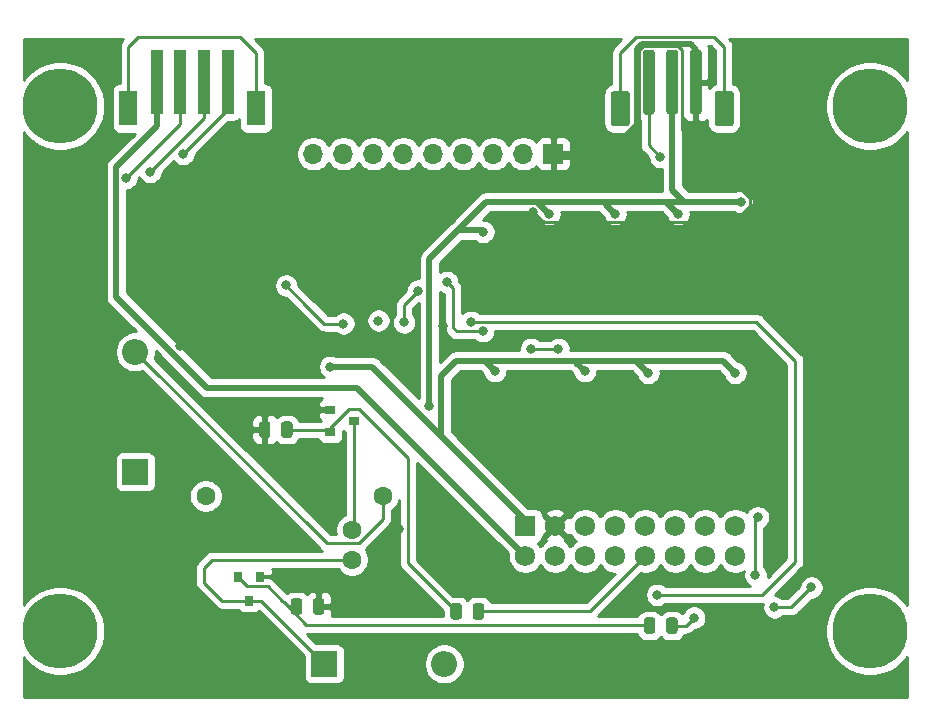
<source format=gbr>
G04 #@! TF.GenerationSoftware,KiCad,Pcbnew,(5.1.6-0-10_14)*
G04 #@! TF.CreationDate,2020-07-24T18:21:48-04:00*
G04 #@! TF.ProjectId,Pufferfish-Interface-2,50756666-6572-4666-9973-682d496e7465,rev?*
G04 #@! TF.SameCoordinates,Original*
G04 #@! TF.FileFunction,Copper,L2,Bot*
G04 #@! TF.FilePolarity,Positive*
%FSLAX46Y46*%
G04 Gerber Fmt 4.6, Leading zero omitted, Abs format (unit mm)*
G04 Created by KiCad (PCBNEW (5.1.6-0-10_14)) date 2020-07-24 18:21:48*
%MOMM*%
%LPD*%
G01*
G04 APERTURE LIST*
G04 #@! TA.AperFunction,ComponentPad*
%ADD10C,6.350000*%
G04 #@! TD*
G04 #@! TA.AperFunction,ComponentPad*
%ADD11R,1.725000X1.725000*%
G04 #@! TD*
G04 #@! TA.AperFunction,ComponentPad*
%ADD12C,1.725000*%
G04 #@! TD*
G04 #@! TA.AperFunction,ComponentPad*
%ADD13O,1.700000X1.700000*%
G04 #@! TD*
G04 #@! TA.AperFunction,ComponentPad*
%ADD14R,1.700000X1.700000*%
G04 #@! TD*
G04 #@! TA.AperFunction,ComponentPad*
%ADD15C,1.600000*%
G04 #@! TD*
G04 #@! TA.AperFunction,SMDPad,CuDef*
%ADD16R,1.600000X3.000000*%
G04 #@! TD*
G04 #@! TA.AperFunction,SMDPad,CuDef*
%ADD17R,1.000000X5.500000*%
G04 #@! TD*
G04 #@! TA.AperFunction,ComponentPad*
%ADD18R,2.200000X2.200000*%
G04 #@! TD*
G04 #@! TA.AperFunction,ComponentPad*
%ADD19O,2.200000X2.200000*%
G04 #@! TD*
G04 #@! TA.AperFunction,SMDPad,CuDef*
%ADD20R,0.800000X0.900000*%
G04 #@! TD*
G04 #@! TA.AperFunction,SMDPad,CuDef*
%ADD21R,0.900000X0.800000*%
G04 #@! TD*
G04 #@! TA.AperFunction,ViaPad*
%ADD22C,0.800000*%
G04 #@! TD*
G04 #@! TA.AperFunction,Conductor*
%ADD23C,0.250000*%
G04 #@! TD*
G04 #@! TA.AperFunction,Conductor*
%ADD24C,0.508000*%
G04 #@! TD*
G04 #@! TA.AperFunction,Conductor*
%ADD25C,0.254000*%
G04 #@! TD*
G04 APERTURE END LIST*
D10*
X-3810000Y-6350000D03*
X-3810000Y-50800000D03*
X64770000Y-50800000D03*
X64770000Y-6350000D03*
D11*
X35560000Y-41910000D03*
D12*
X35560000Y-44450000D03*
X38100000Y-41910000D03*
X38100000Y-44450000D03*
X40640000Y-41910000D03*
X40640000Y-44450000D03*
X43180000Y-41910000D03*
X43180000Y-44450000D03*
X45720000Y-41910000D03*
X45720000Y-44450000D03*
X48260000Y-41910000D03*
X48260000Y-44450000D03*
X50800000Y-41910000D03*
X50800000Y-44450000D03*
X53340000Y-41910000D03*
X53340000Y-44450000D03*
D13*
X17619980Y-10421620D03*
X20159980Y-10421620D03*
X22699980Y-10421620D03*
X25239980Y-10421620D03*
X27779980Y-10421620D03*
X30319980Y-10421620D03*
X32859980Y-10421620D03*
X35399980Y-10421620D03*
D14*
X37939980Y-10421620D03*
G04 #@! TA.AperFunction,SMDPad,CuDef*
G36*
G01*
X46582940Y-49899250D02*
X46582940Y-50811750D01*
G75*
G02*
X46339190Y-51055500I-243750J0D01*
G01*
X45851690Y-51055500D01*
G75*
G02*
X45607940Y-50811750I0J243750D01*
G01*
X45607940Y-49899250D01*
G75*
G02*
X45851690Y-49655500I243750J0D01*
G01*
X46339190Y-49655500D01*
G75*
G02*
X46582940Y-49899250I0J-243750D01*
G01*
G37*
G04 #@! TD.AperFunction*
G04 #@! TA.AperFunction,SMDPad,CuDef*
G36*
G01*
X48457940Y-49899250D02*
X48457940Y-50811750D01*
G75*
G02*
X48214190Y-51055500I-243750J0D01*
G01*
X47726690Y-51055500D01*
G75*
G02*
X47482940Y-50811750I0J243750D01*
G01*
X47482940Y-49899250D01*
G75*
G02*
X47726690Y-49655500I243750J0D01*
G01*
X48214190Y-49655500D01*
G75*
G02*
X48457940Y-49899250I0J-243750D01*
G01*
G37*
G04 #@! TD.AperFunction*
G04 #@! TA.AperFunction,SMDPad,CuDef*
G36*
G01*
X30202720Y-48695290D02*
X30202720Y-49607790D01*
G75*
G02*
X29958970Y-49851540I-243750J0D01*
G01*
X29471470Y-49851540D01*
G75*
G02*
X29227720Y-49607790I0J243750D01*
G01*
X29227720Y-48695290D01*
G75*
G02*
X29471470Y-48451540I243750J0D01*
G01*
X29958970Y-48451540D01*
G75*
G02*
X30202720Y-48695290I0J-243750D01*
G01*
G37*
G04 #@! TD.AperFunction*
G04 #@! TA.AperFunction,SMDPad,CuDef*
G36*
G01*
X32077720Y-48695290D02*
X32077720Y-49607790D01*
G75*
G02*
X31833970Y-49851540I-243750J0D01*
G01*
X31346470Y-49851540D01*
G75*
G02*
X31102720Y-49607790I0J243750D01*
G01*
X31102720Y-48695290D01*
G75*
G02*
X31346470Y-48451540I243750J0D01*
G01*
X31833970Y-48451540D01*
G75*
G02*
X32077720Y-48695290I0J-243750D01*
G01*
G37*
G04 #@! TD.AperFunction*
D15*
X23502000Y-39370000D03*
X8502000Y-39370000D03*
X20902000Y-42270000D03*
X20902000Y-44770000D03*
D16*
X12766000Y-6568000D03*
X1966000Y-6568000D03*
D17*
X10366000Y-4318000D03*
X4366000Y-4318000D03*
X8366000Y-4318000D03*
X6366000Y-4318000D03*
G04 #@! TA.AperFunction,SMDPad,CuDef*
G36*
G01*
X49506000Y-6842000D02*
X49506000Y-1842000D01*
G75*
G02*
X49756000Y-1592000I250000J0D01*
G01*
X50256000Y-1592000D01*
G75*
G02*
X50506000Y-1842000I0J-250000D01*
G01*
X50506000Y-6842000D01*
G75*
G02*
X50256000Y-7092000I-250000J0D01*
G01*
X49756000Y-7092000D01*
G75*
G02*
X49506000Y-6842000I0J250000D01*
G01*
G37*
G04 #@! TD.AperFunction*
G04 #@! TA.AperFunction,SMDPad,CuDef*
G36*
G01*
X45506000Y-6842000D02*
X45506000Y-1842000D01*
G75*
G02*
X45756000Y-1592000I250000J0D01*
G01*
X46256000Y-1592000D01*
G75*
G02*
X46506000Y-1842000I0J-250000D01*
G01*
X46506000Y-6842000D01*
G75*
G02*
X46256000Y-7092000I-250000J0D01*
G01*
X45756000Y-7092000D01*
G75*
G02*
X45506000Y-6842000I0J250000D01*
G01*
G37*
G04 #@! TD.AperFunction*
G04 #@! TA.AperFunction,SMDPad,CuDef*
G36*
G01*
X47506000Y-6842000D02*
X47506000Y-1842000D01*
G75*
G02*
X47756000Y-1592000I250000J0D01*
G01*
X48256000Y-1592000D01*
G75*
G02*
X48506000Y-1842000I0J-250000D01*
G01*
X48506000Y-6842000D01*
G75*
G02*
X48256000Y-7092000I-250000J0D01*
G01*
X47756000Y-7092000D01*
G75*
G02*
X47506000Y-6842000I0J250000D01*
G01*
G37*
G04 #@! TD.AperFunction*
G04 #@! TA.AperFunction,SMDPad,CuDef*
G36*
G01*
X42806000Y-7842400D02*
X42806000Y-5341600D01*
G75*
G02*
X43055600Y-5092000I249600J0D01*
G01*
X44156400Y-5092000D01*
G75*
G02*
X44406000Y-5341600I0J-249600D01*
G01*
X44406000Y-7842400D01*
G75*
G02*
X44156400Y-8092000I-249600J0D01*
G01*
X43055600Y-8092000D01*
G75*
G02*
X42806000Y-7842400I0J249600D01*
G01*
G37*
G04 #@! TD.AperFunction*
G04 #@! TA.AperFunction,SMDPad,CuDef*
G36*
G01*
X51606000Y-7842400D02*
X51606000Y-5341600D01*
G75*
G02*
X51855600Y-5092000I249600J0D01*
G01*
X52956400Y-5092000D01*
G75*
G02*
X53206000Y-5341600I0J-249600D01*
G01*
X53206000Y-7842400D01*
G75*
G02*
X52956400Y-8092000I-249600J0D01*
G01*
X51855600Y-8092000D01*
G75*
G02*
X51606000Y-7842400I0J249600D01*
G01*
G37*
G04 #@! TD.AperFunction*
D18*
X18542000Y-53594000D03*
D19*
X28702000Y-53594000D03*
X2540000Y-27178000D03*
D18*
X2540000Y-37338000D03*
D20*
X12192000Y-48244000D03*
X13142000Y-46244000D03*
X11242000Y-46244000D03*
D21*
X19066000Y-33970000D03*
X19066000Y-32070000D03*
X21066000Y-33020000D03*
G04 #@! TA.AperFunction,SMDPad,CuDef*
G36*
G01*
X17574680Y-49191230D02*
X17574680Y-48278730D01*
G75*
G02*
X17818430Y-48034980I243750J0D01*
G01*
X18305930Y-48034980D01*
G75*
G02*
X18549680Y-48278730I0J-243750D01*
G01*
X18549680Y-49191230D01*
G75*
G02*
X18305930Y-49434980I-243750J0D01*
G01*
X17818430Y-49434980D01*
G75*
G02*
X17574680Y-49191230I0J243750D01*
G01*
G37*
G04 #@! TD.AperFunction*
G04 #@! TA.AperFunction,SMDPad,CuDef*
G36*
G01*
X15699680Y-49191230D02*
X15699680Y-48278730D01*
G75*
G02*
X15943430Y-48034980I243750J0D01*
G01*
X16430930Y-48034980D01*
G75*
G02*
X16674680Y-48278730I0J-243750D01*
G01*
X16674680Y-49191230D01*
G75*
G02*
X16430930Y-49434980I-243750J0D01*
G01*
X15943430Y-49434980D01*
G75*
G02*
X15699680Y-49191230I0J243750D01*
G01*
G37*
G04 #@! TD.AperFunction*
G04 #@! TA.AperFunction,SMDPad,CuDef*
G36*
G01*
X13987600Y-33307970D02*
X13987600Y-34220470D01*
G75*
G02*
X13743850Y-34464220I-243750J0D01*
G01*
X13256350Y-34464220D01*
G75*
G02*
X13012600Y-34220470I0J243750D01*
G01*
X13012600Y-33307970D01*
G75*
G02*
X13256350Y-33064220I243750J0D01*
G01*
X13743850Y-33064220D01*
G75*
G02*
X13987600Y-33307970I0J-243750D01*
G01*
G37*
G04 #@! TD.AperFunction*
G04 #@! TA.AperFunction,SMDPad,CuDef*
G36*
G01*
X15862600Y-33307970D02*
X15862600Y-34220470D01*
G75*
G02*
X15618850Y-34464220I-243750J0D01*
G01*
X15131350Y-34464220D01*
G75*
G02*
X14887600Y-34220470I0J243750D01*
G01*
X14887600Y-33307970D01*
G75*
G02*
X15131350Y-33064220I243750J0D01*
G01*
X15618850Y-33064220D01*
G75*
G02*
X15862600Y-33307970I0J-243750D01*
G01*
G37*
G04 #@! TD.AperFunction*
D22*
X28557220Y-24985980D03*
X45974000Y-28956000D03*
X53340000Y-28956000D03*
X32992060Y-28821380D03*
X19050000Y-28448000D03*
X40604440Y-28823920D03*
X43180000Y-22352000D03*
X45974000Y-20066000D03*
X7620000Y-22098000D03*
X6350000Y-26670000D03*
X9318880Y-32178880D03*
X24892000Y-42164000D03*
X36226130Y-15335870D03*
X3307080Y-15788640D03*
X28702000Y-39370000D03*
X13764260Y-18280380D03*
X16802100Y-18280380D03*
X30988000Y-24638000D03*
X46736000Y-47752000D03*
X59776360Y-47114460D03*
X56654700Y-48818800D03*
X55046880Y-46075600D03*
X55257700Y-41185000D03*
X27432000Y-31750000D03*
X53848000Y-14478000D03*
X32004000Y-17018000D03*
X37592000Y-15494000D03*
X43180000Y-15494000D03*
X48514000Y-15494000D03*
X6604000Y-10414000D03*
X3810000Y-11938000D03*
X1778000Y-12446000D03*
X46990000Y-10668000D03*
X36068000Y-26924000D03*
X38358653Y-26919347D03*
X28950920Y-21268860D03*
X31983783Y-25437000D03*
X49847500Y-49690020D03*
X15323820Y-21556980D03*
X20165060Y-24785320D03*
X23131780Y-24533860D03*
X25311100Y-24683720D03*
X26492200Y-21993860D03*
D23*
X23502000Y-41335002D02*
X23502000Y-39370000D01*
X21442001Y-43395001D02*
X23502000Y-41335002D01*
X18757001Y-43395001D02*
X21442001Y-43395001D01*
X2540000Y-27178000D02*
X18757001Y-43395001D01*
D24*
X35560000Y-41910000D02*
X35560000Y-41402000D01*
X28448000Y-31496000D02*
X28448000Y-30988000D01*
X28448000Y-34290000D02*
X28448000Y-31496000D01*
X28448000Y-29210000D02*
X29718000Y-27940000D01*
X28448000Y-31496000D02*
X28448000Y-29210000D01*
X44958000Y-27940000D02*
X45974000Y-28956000D01*
X39878000Y-27940000D02*
X44958000Y-27940000D01*
X29718000Y-27940000D02*
X32004000Y-27940000D01*
X35560000Y-41402000D02*
X29210000Y-35052000D01*
X29210000Y-35052000D02*
X23114000Y-28956000D01*
X29210000Y-35052000D02*
X28448000Y-34290000D01*
X23114000Y-28956000D02*
X22606000Y-28448000D01*
X22606000Y-28448000D02*
X19050000Y-28448000D01*
X52324000Y-27940000D02*
X53340000Y-28956000D01*
X44958000Y-27940000D02*
X52324000Y-27940000D01*
X32110680Y-27940000D02*
X32992060Y-28821380D01*
X29718000Y-27940000D02*
X31912560Y-27940000D01*
X31912560Y-27940000D02*
X32110680Y-27940000D01*
X31912560Y-27940000D02*
X39878000Y-27940000D01*
X39878000Y-27940000D02*
X40065960Y-27940000D01*
X39878000Y-28097480D02*
X40604440Y-28823920D01*
X39878000Y-27940000D02*
X39878000Y-28097480D01*
D23*
X21066000Y-42106000D02*
X20902000Y-42270000D01*
X21066000Y-33020000D02*
X21066000Y-42106000D01*
X13192000Y-48244000D02*
X18542000Y-53594000D01*
X12192000Y-48244000D02*
X13192000Y-48244000D01*
X9078000Y-44770000D02*
X20902000Y-44770000D01*
X8382000Y-45466000D02*
X9078000Y-44770000D01*
X11526000Y-48260000D02*
X9906000Y-48260000D01*
X12192000Y-48244000D02*
X11542000Y-48244000D01*
X8382000Y-46736000D02*
X8382000Y-45466000D01*
X9906000Y-48260000D02*
X8382000Y-46736000D01*
X11542000Y-48244000D02*
X11526000Y-48260000D01*
D24*
X43688000Y-22352000D02*
X45974000Y-20066000D01*
X43180000Y-22352000D02*
X43688000Y-22352000D01*
X7620000Y-22098000D02*
X6350000Y-23368000D01*
X6350000Y-23368000D02*
X6350000Y-26670000D01*
X9318880Y-32178880D02*
X10922000Y-33782000D01*
X50006000Y-1592000D02*
X50006000Y-4342000D01*
X49551990Y-1137990D02*
X50006000Y-1592000D01*
X45051990Y-1550388D02*
X45464388Y-1137990D01*
X45464388Y-1137990D02*
X49551990Y-1137990D01*
X45051990Y-7941866D02*
X45051990Y-1550388D01*
X42325856Y-10668000D02*
X45051990Y-7941866D01*
X38354000Y-10668000D02*
X42325856Y-10668000D01*
D23*
X37109261Y-16219001D02*
X36226130Y-15335870D01*
X45517820Y-1266990D02*
X48494180Y-1266990D01*
X53180001Y-16219001D02*
X37109261Y-16219001D01*
X54573001Y-14826001D02*
X53180001Y-16219001D01*
X38354000Y-10668000D02*
X42266830Y-10668000D01*
X48494180Y-1266990D02*
X48831010Y-1603820D01*
X48831010Y-1603820D02*
X48831010Y-8388008D01*
X45180990Y-1603820D02*
X45517820Y-1266990D01*
X48831010Y-8388008D02*
X54573001Y-14129999D01*
X45180990Y-7753840D02*
X45180990Y-1603820D01*
X42266830Y-10668000D02*
X45180990Y-7753840D01*
X54573001Y-14129999D02*
X54573001Y-14826001D01*
D24*
X13764260Y-18280380D02*
X16802100Y-18280380D01*
X13482320Y-33782000D02*
X13500100Y-33764220D01*
X10922000Y-33782000D02*
X13482320Y-33782000D01*
D23*
X30988000Y-24638000D02*
X55118000Y-24638000D01*
X55118000Y-24638000D02*
X58420000Y-27940000D01*
X58420000Y-27940000D02*
X58420000Y-41127502D01*
X58420000Y-41127502D02*
X58420000Y-44958000D01*
X58420000Y-44958000D02*
X55626000Y-47752000D01*
X55626000Y-47752000D02*
X46736000Y-47752000D01*
X59776360Y-47114460D02*
X58074560Y-48816260D01*
X56657240Y-48816260D02*
X56654700Y-48818800D01*
X58074560Y-48816260D02*
X56657240Y-48816260D01*
X55046880Y-41395820D02*
X55257700Y-41185000D01*
X55046880Y-46075600D02*
X55046880Y-41395820D01*
D24*
X4366000Y-4318000D02*
X4366000Y-8080000D01*
X923999Y-11522001D02*
X923999Y-22513999D01*
X4366000Y-8080000D02*
X923999Y-11522001D01*
X923999Y-22513999D02*
X8636000Y-30226000D01*
X35557798Y-44450000D02*
X35560000Y-44450000D01*
X21333798Y-30226000D02*
X35557798Y-44450000D01*
X8636000Y-30226000D02*
X21333798Y-30226000D01*
X27432000Y-31750000D02*
X27432000Y-19304000D01*
X29845000Y-16891000D02*
X31877000Y-16891000D01*
X27432000Y-19304000D02*
X29845000Y-16891000D01*
X31877000Y-16891000D02*
X32004000Y-17018000D01*
X29845000Y-16891000D02*
X32258000Y-14478000D01*
X36576000Y-14478000D02*
X37592000Y-15494000D01*
X35814000Y-14478000D02*
X36576000Y-14478000D01*
X32258000Y-14478000D02*
X35814000Y-14478000D01*
X42418000Y-14732000D02*
X43180000Y-15494000D01*
X42418000Y-14478000D02*
X42418000Y-14732000D01*
X35814000Y-14478000D02*
X42418000Y-14478000D01*
X48006000Y-13462000D02*
X49022000Y-14478000D01*
X48006000Y-4342000D02*
X48006000Y-13462000D01*
X49022000Y-14478000D02*
X53848000Y-14478000D01*
X47498000Y-14478000D02*
X48514000Y-15494000D01*
X46990000Y-14478000D02*
X47498000Y-14478000D01*
X42418000Y-14478000D02*
X46990000Y-14478000D01*
X46990000Y-14478000D02*
X49022000Y-14478000D01*
D23*
X18878000Y-33782000D02*
X19066000Y-33970000D01*
X17369000Y-33782000D02*
X18878000Y-33782000D01*
X19066000Y-33970000D02*
X19066000Y-33584998D01*
X21485002Y-32004000D02*
X25654000Y-36172998D01*
X20646998Y-32004000D02*
X21485002Y-32004000D01*
X19066000Y-33584998D02*
X20646998Y-32004000D01*
X25654000Y-45090320D02*
X29715220Y-49151540D01*
X25654000Y-43273980D02*
X25654000Y-45090320D01*
X25654000Y-36172998D02*
X25654000Y-43273980D01*
X25654000Y-43273980D02*
X25654000Y-43472340D01*
X17351220Y-33764220D02*
X17369000Y-33782000D01*
X15375100Y-33764220D02*
X17351220Y-33764220D01*
X13745001Y-47019001D02*
X14986000Y-48260000D01*
X12017001Y-47019001D02*
X13745001Y-47019001D01*
X11242000Y-46244000D02*
X12017001Y-47019001D01*
X46031940Y-50292000D02*
X46095440Y-50355500D01*
X17018000Y-50292000D02*
X46031940Y-50292000D01*
X15460980Y-48734980D02*
X15124430Y-48398430D01*
X16187180Y-48734980D02*
X15460980Y-48734980D01*
X15124430Y-48398430D02*
X17018000Y-50292000D01*
X14986000Y-48260000D02*
X15124430Y-48398430D01*
X12766000Y-1844000D02*
X12766000Y-6568000D01*
X2794000Y-508000D02*
X11430000Y-508000D01*
X1966000Y-1336000D02*
X2794000Y-508000D01*
X11430000Y-508000D02*
X12766000Y-1844000D01*
X1966000Y-6568000D02*
X1966000Y-1336000D01*
X10366000Y-6652000D02*
X6604000Y-10414000D01*
X10366000Y-4318000D02*
X10366000Y-6652000D01*
X8366000Y-7382000D02*
X3810000Y-11938000D01*
X8366000Y-4318000D02*
X8366000Y-7382000D01*
X6366000Y-7858000D02*
X1778000Y-12446000D01*
X6366000Y-4318000D02*
X6366000Y-7858000D01*
X46006000Y-9684000D02*
X46990000Y-10668000D01*
X46006000Y-4342000D02*
X46006000Y-9684000D01*
X51562000Y-508000D02*
X52406000Y-1352000D01*
X52406000Y-1352000D02*
X52406000Y-6592000D01*
X44958000Y-508000D02*
X51562000Y-508000D01*
X43606000Y-1860000D02*
X44958000Y-508000D01*
X43606000Y-6592000D02*
X43606000Y-1860000D01*
X38354000Y-26924000D02*
X38358653Y-26919347D01*
X36068000Y-26924000D02*
X38354000Y-26924000D01*
X28950920Y-21268860D02*
X29476700Y-21794640D01*
X29476700Y-25176792D02*
X29736908Y-25437000D01*
X29736908Y-25437000D02*
X31983783Y-25437000D01*
X29476700Y-21794640D02*
X29476700Y-25176792D01*
X41018460Y-49151540D02*
X43155870Y-47014130D01*
X31590220Y-49151540D02*
X41018460Y-49151540D01*
X43155870Y-47014130D02*
X45720000Y-44450000D01*
X42618660Y-47551340D02*
X43155870Y-47014130D01*
X49182020Y-50355500D02*
X49847500Y-49690020D01*
X47970440Y-50355500D02*
X49182020Y-50355500D01*
X19944080Y-24785320D02*
X20165060Y-24785320D01*
X20165060Y-24785320D02*
X18552160Y-24785320D01*
X18552160Y-24785320D02*
X17035780Y-23268940D01*
X17035780Y-23268940D02*
X17754600Y-23987760D01*
X15323820Y-21556980D02*
X17035780Y-23268940D01*
X23030180Y-24533860D02*
X23131780Y-24533860D01*
X25311100Y-24617680D02*
X25311100Y-24683720D01*
X25311100Y-23174960D02*
X26492200Y-21993860D01*
X25311100Y-24683720D02*
X25311100Y-23174960D01*
D25*
G36*
X1454998Y-772201D02*
G01*
X1426000Y-795999D01*
X1402202Y-824997D01*
X1402201Y-824998D01*
X1331026Y-911724D01*
X1260454Y-1043754D01*
X1244508Y-1096323D01*
X1216998Y-1187014D01*
X1206001Y-1298667D01*
X1202324Y-1336000D01*
X1206001Y-1373332D01*
X1206000Y-4429928D01*
X1166000Y-4429928D01*
X1041518Y-4442188D01*
X921820Y-4478498D01*
X811506Y-4537463D01*
X714815Y-4616815D01*
X635463Y-4713506D01*
X576498Y-4823820D01*
X540188Y-4943518D01*
X527928Y-5068000D01*
X527928Y-8068000D01*
X540188Y-8192482D01*
X576498Y-8312180D01*
X635463Y-8422494D01*
X714815Y-8519185D01*
X811506Y-8598537D01*
X921820Y-8657502D01*
X1041518Y-8693812D01*
X1166000Y-8706072D01*
X2482692Y-8706072D01*
X326263Y-10862502D01*
X292340Y-10890342D01*
X181246Y-11025711D01*
X98696Y-11180151D01*
X47863Y-11347728D01*
X34999Y-11478335D01*
X34999Y-11478341D01*
X30699Y-11522001D01*
X34999Y-11565661D01*
X35000Y-22470329D01*
X30699Y-22513999D01*
X47863Y-22688273D01*
X98697Y-22855851D01*
X169913Y-22989086D01*
X181247Y-23010290D01*
X292341Y-23145658D01*
X326258Y-23173493D01*
X2595765Y-25443000D01*
X2369117Y-25443000D01*
X2033919Y-25509675D01*
X1718169Y-25640463D01*
X1434002Y-25830337D01*
X1192337Y-26072002D01*
X1002463Y-26356169D01*
X871675Y-26671919D01*
X805000Y-27007117D01*
X805000Y-27348883D01*
X871675Y-27684081D01*
X1002463Y-27999831D01*
X1192337Y-28283998D01*
X1434002Y-28525663D01*
X1718169Y-28715537D01*
X2033919Y-28846325D01*
X2369117Y-28913000D01*
X2710883Y-28913000D01*
X3046081Y-28846325D01*
X3107912Y-28820714D01*
X18193202Y-43906004D01*
X18217000Y-43935002D01*
X18308385Y-44010000D01*
X9115325Y-44010000D01*
X9078000Y-44006324D01*
X9040675Y-44010000D01*
X9040667Y-44010000D01*
X8929014Y-44020997D01*
X8785753Y-44064454D01*
X8653724Y-44135026D01*
X8537999Y-44229999D01*
X8514201Y-44258998D01*
X7870998Y-44902201D01*
X7842000Y-44925999D01*
X7818202Y-44954997D01*
X7818201Y-44954998D01*
X7747026Y-45041724D01*
X7676454Y-45173754D01*
X7656570Y-45239305D01*
X7635126Y-45310001D01*
X7632998Y-45317015D01*
X7618324Y-45466000D01*
X7622001Y-45503332D01*
X7622000Y-46698677D01*
X7618324Y-46736000D01*
X7622000Y-46773322D01*
X7622000Y-46773332D01*
X7632997Y-46884985D01*
X7668795Y-47002997D01*
X7676454Y-47028246D01*
X7747026Y-47160276D01*
X7786871Y-47208826D01*
X7841999Y-47276001D01*
X7871002Y-47299803D01*
X9342205Y-48771008D01*
X9365999Y-48800001D01*
X9394992Y-48823795D01*
X9394996Y-48823799D01*
X9462228Y-48878974D01*
X9481724Y-48894974D01*
X9613753Y-48965546D01*
X9757014Y-49009003D01*
X9868667Y-49020000D01*
X9868676Y-49020000D01*
X9905999Y-49023676D01*
X9943322Y-49020000D01*
X11246232Y-49020000D01*
X11261463Y-49048494D01*
X11340815Y-49145185D01*
X11437506Y-49224537D01*
X11547820Y-49283502D01*
X11667518Y-49319812D01*
X11792000Y-49332072D01*
X12592000Y-49332072D01*
X12716482Y-49319812D01*
X12836180Y-49283502D01*
X12946494Y-49224537D01*
X13029563Y-49156364D01*
X16803928Y-52930730D01*
X16803928Y-54694000D01*
X16816188Y-54818482D01*
X16852498Y-54938180D01*
X16911463Y-55048494D01*
X16990815Y-55145185D01*
X17087506Y-55224537D01*
X17197820Y-55283502D01*
X17317518Y-55319812D01*
X17442000Y-55332072D01*
X19642000Y-55332072D01*
X19766482Y-55319812D01*
X19886180Y-55283502D01*
X19996494Y-55224537D01*
X20093185Y-55145185D01*
X20172537Y-55048494D01*
X20231502Y-54938180D01*
X20267812Y-54818482D01*
X20280072Y-54694000D01*
X20280072Y-53423117D01*
X26967000Y-53423117D01*
X26967000Y-53764883D01*
X27033675Y-54100081D01*
X27164463Y-54415831D01*
X27354337Y-54699998D01*
X27596002Y-54941663D01*
X27880169Y-55131537D01*
X28195919Y-55262325D01*
X28531117Y-55329000D01*
X28872883Y-55329000D01*
X29208081Y-55262325D01*
X29523831Y-55131537D01*
X29807998Y-54941663D01*
X30049663Y-54699998D01*
X30239537Y-54415831D01*
X30370325Y-54100081D01*
X30437000Y-53764883D01*
X30437000Y-53423117D01*
X30370325Y-53087919D01*
X30239537Y-52772169D01*
X30049663Y-52488002D01*
X29807998Y-52246337D01*
X29523831Y-52056463D01*
X29208081Y-51925675D01*
X28872883Y-51859000D01*
X28531117Y-51859000D01*
X28195919Y-51925675D01*
X27880169Y-52056463D01*
X27596002Y-52246337D01*
X27354337Y-52488002D01*
X27164463Y-52772169D01*
X27033675Y-53087919D01*
X26967000Y-53423117D01*
X20280072Y-53423117D01*
X20280072Y-52494000D01*
X20267812Y-52369518D01*
X20231502Y-52249820D01*
X20172537Y-52139506D01*
X20093185Y-52042815D01*
X19996494Y-51963463D01*
X19886180Y-51904498D01*
X19766482Y-51868188D01*
X19642000Y-51855928D01*
X17878730Y-51855928D01*
X17074802Y-51052000D01*
X45007505Y-51052000D01*
X45036993Y-51149209D01*
X45118482Y-51301664D01*
X45228148Y-51435292D01*
X45361776Y-51544958D01*
X45514231Y-51626447D01*
X45679655Y-51676628D01*
X45851690Y-51693572D01*
X46339190Y-51693572D01*
X46511225Y-51676628D01*
X46676649Y-51626447D01*
X46829104Y-51544958D01*
X46962732Y-51435292D01*
X47032940Y-51349744D01*
X47103148Y-51435292D01*
X47236776Y-51544958D01*
X47389231Y-51626447D01*
X47554655Y-51676628D01*
X47726690Y-51693572D01*
X48214190Y-51693572D01*
X48386225Y-51676628D01*
X48551649Y-51626447D01*
X48704104Y-51544958D01*
X48837732Y-51435292D01*
X48947398Y-51301664D01*
X49028887Y-51149209D01*
X49039113Y-51115500D01*
X49144698Y-51115500D01*
X49182020Y-51119176D01*
X49219342Y-51115500D01*
X49219353Y-51115500D01*
X49331006Y-51104503D01*
X49474267Y-51061046D01*
X49606296Y-50990474D01*
X49722021Y-50895501D01*
X49745823Y-50866498D01*
X49887301Y-50725020D01*
X49949439Y-50725020D01*
X50149398Y-50685246D01*
X50337756Y-50607225D01*
X50507274Y-50493957D01*
X50651437Y-50349794D01*
X50764705Y-50180276D01*
X50842726Y-49991918D01*
X50882500Y-49791959D01*
X50882500Y-49588081D01*
X50842726Y-49388122D01*
X50764705Y-49199764D01*
X50651437Y-49030246D01*
X50507274Y-48886083D01*
X50337756Y-48772815D01*
X50149398Y-48694794D01*
X49949439Y-48655020D01*
X49745561Y-48655020D01*
X49545602Y-48694794D01*
X49357244Y-48772815D01*
X49187726Y-48886083D01*
X49043563Y-49030246D01*
X48930295Y-49199764D01*
X48878341Y-49325190D01*
X48837732Y-49275708D01*
X48704104Y-49166042D01*
X48551649Y-49084553D01*
X48386225Y-49034372D01*
X48214190Y-49017428D01*
X47726690Y-49017428D01*
X47554655Y-49034372D01*
X47389231Y-49084553D01*
X47236776Y-49166042D01*
X47103148Y-49275708D01*
X47032940Y-49361256D01*
X46962732Y-49275708D01*
X46829104Y-49166042D01*
X46676649Y-49084553D01*
X46511225Y-49034372D01*
X46339190Y-49017428D01*
X45851690Y-49017428D01*
X45679655Y-49034372D01*
X45514231Y-49084553D01*
X45361776Y-49166042D01*
X45228148Y-49275708D01*
X45118482Y-49409336D01*
X45052917Y-49532000D01*
X41712801Y-49532000D01*
X43719669Y-47525133D01*
X43719673Y-47525128D01*
X45342962Y-45901840D01*
X45572509Y-45947500D01*
X45867491Y-45947500D01*
X46156805Y-45889952D01*
X46429332Y-45777067D01*
X46674601Y-45613184D01*
X46883184Y-45404601D01*
X46990000Y-45244739D01*
X47096816Y-45404601D01*
X47305399Y-45613184D01*
X47550668Y-45777067D01*
X47823195Y-45889952D01*
X48112509Y-45947500D01*
X48407491Y-45947500D01*
X48696805Y-45889952D01*
X48969332Y-45777067D01*
X49214601Y-45613184D01*
X49423184Y-45404601D01*
X49530000Y-45244739D01*
X49636816Y-45404601D01*
X49845399Y-45613184D01*
X50090668Y-45777067D01*
X50363195Y-45889952D01*
X50652509Y-45947500D01*
X50947491Y-45947500D01*
X51236805Y-45889952D01*
X51509332Y-45777067D01*
X51754601Y-45613184D01*
X51963184Y-45404601D01*
X52070000Y-45244739D01*
X52176816Y-45404601D01*
X52385399Y-45613184D01*
X52630668Y-45777067D01*
X52903195Y-45889952D01*
X53192509Y-45947500D01*
X53487491Y-45947500D01*
X53776805Y-45889952D01*
X54049332Y-45777067D01*
X54051238Y-45775793D01*
X54011880Y-45973661D01*
X54011880Y-46177539D01*
X54051654Y-46377498D01*
X54129675Y-46565856D01*
X54242943Y-46735374D01*
X54387106Y-46879537D01*
X54555419Y-46992000D01*
X47439711Y-46992000D01*
X47395774Y-46948063D01*
X47226256Y-46834795D01*
X47037898Y-46756774D01*
X46837939Y-46717000D01*
X46634061Y-46717000D01*
X46434102Y-46756774D01*
X46245744Y-46834795D01*
X46076226Y-46948063D01*
X45932063Y-47092226D01*
X45818795Y-47261744D01*
X45740774Y-47450102D01*
X45701000Y-47650061D01*
X45701000Y-47853939D01*
X45740774Y-48053898D01*
X45818795Y-48242256D01*
X45932063Y-48411774D01*
X46076226Y-48555937D01*
X46245744Y-48669205D01*
X46434102Y-48747226D01*
X46634061Y-48787000D01*
X46837939Y-48787000D01*
X47037898Y-48747226D01*
X47226256Y-48669205D01*
X47395774Y-48555937D01*
X47439711Y-48512000D01*
X55588678Y-48512000D01*
X55626000Y-48515676D01*
X55661427Y-48512187D01*
X55659474Y-48516902D01*
X55619700Y-48716861D01*
X55619700Y-48920739D01*
X55659474Y-49120698D01*
X55737495Y-49309056D01*
X55850763Y-49478574D01*
X55994926Y-49622737D01*
X56164444Y-49736005D01*
X56352802Y-49814026D01*
X56552761Y-49853800D01*
X56756639Y-49853800D01*
X56956598Y-49814026D01*
X57144956Y-49736005D01*
X57314474Y-49622737D01*
X57360951Y-49576260D01*
X58037238Y-49576260D01*
X58074560Y-49579936D01*
X58111882Y-49576260D01*
X58111893Y-49576260D01*
X58223546Y-49565263D01*
X58366807Y-49521806D01*
X58498836Y-49451234D01*
X58614561Y-49356261D01*
X58638364Y-49327257D01*
X59816162Y-48149460D01*
X59878299Y-48149460D01*
X60078258Y-48109686D01*
X60266616Y-48031665D01*
X60436134Y-47918397D01*
X60580297Y-47774234D01*
X60693565Y-47604716D01*
X60771586Y-47416358D01*
X60811360Y-47216399D01*
X60811360Y-47012521D01*
X60771586Y-46812562D01*
X60693565Y-46624204D01*
X60580297Y-46454686D01*
X60436134Y-46310523D01*
X60266616Y-46197255D01*
X60078258Y-46119234D01*
X59878299Y-46079460D01*
X59674421Y-46079460D01*
X59474462Y-46119234D01*
X59286104Y-46197255D01*
X59116586Y-46310523D01*
X58972423Y-46454686D01*
X58859155Y-46624204D01*
X58781134Y-46812562D01*
X58741360Y-47012521D01*
X58741360Y-47074658D01*
X57759759Y-48056260D01*
X57355871Y-48056260D01*
X57314474Y-48014863D01*
X57144956Y-47901595D01*
X56956598Y-47823574D01*
X56756639Y-47783800D01*
X56669001Y-47783800D01*
X58931003Y-45521799D01*
X58960001Y-45498001D01*
X59054974Y-45382276D01*
X59125546Y-45250247D01*
X59169003Y-45106986D01*
X59180000Y-44995333D01*
X59180000Y-44995325D01*
X59183676Y-44958000D01*
X59180000Y-44920675D01*
X59180000Y-27977322D01*
X59183676Y-27939999D01*
X59180000Y-27902676D01*
X59180000Y-27902667D01*
X59169003Y-27791014D01*
X59125546Y-27647753D01*
X59054974Y-27515724D01*
X58960001Y-27399999D01*
X58931004Y-27376202D01*
X55681804Y-24127003D01*
X55658001Y-24097999D01*
X55542276Y-24003026D01*
X55410247Y-23932454D01*
X55266986Y-23888997D01*
X55155333Y-23878000D01*
X55155322Y-23878000D01*
X55118000Y-23874324D01*
X55080678Y-23878000D01*
X31691711Y-23878000D01*
X31647774Y-23834063D01*
X31478256Y-23720795D01*
X31289898Y-23642774D01*
X31089939Y-23603000D01*
X30886061Y-23603000D01*
X30686102Y-23642774D01*
X30497744Y-23720795D01*
X30328226Y-23834063D01*
X30236700Y-23925589D01*
X30236700Y-21831962D01*
X30240376Y-21794639D01*
X30236700Y-21757316D01*
X30236700Y-21757307D01*
X30225703Y-21645654D01*
X30182246Y-21502393D01*
X30111674Y-21370364D01*
X30016701Y-21254639D01*
X29987703Y-21230842D01*
X29985920Y-21229058D01*
X29985920Y-21166921D01*
X29946146Y-20966962D01*
X29868125Y-20778604D01*
X29754857Y-20609086D01*
X29610694Y-20464923D01*
X29441176Y-20351655D01*
X29252818Y-20273634D01*
X29052859Y-20233860D01*
X28848981Y-20233860D01*
X28649022Y-20273634D01*
X28460664Y-20351655D01*
X28321000Y-20444975D01*
X28321000Y-19672235D01*
X30213235Y-17780000D01*
X31302289Y-17780000D01*
X31344226Y-17821937D01*
X31513744Y-17935205D01*
X31702102Y-18013226D01*
X31902061Y-18053000D01*
X32105939Y-18053000D01*
X32305898Y-18013226D01*
X32494256Y-17935205D01*
X32663774Y-17821937D01*
X32807937Y-17677774D01*
X32921205Y-17508256D01*
X32999226Y-17319898D01*
X33039000Y-17119939D01*
X33039000Y-16916061D01*
X32999226Y-16716102D01*
X32921205Y-16527744D01*
X32807937Y-16358226D01*
X32663774Y-16214063D01*
X32494256Y-16100795D01*
X32305898Y-16022774D01*
X32105939Y-15983000D01*
X32010235Y-15983000D01*
X32626235Y-15367000D01*
X36207765Y-15367000D01*
X36586870Y-15746105D01*
X36596774Y-15795898D01*
X36674795Y-15984256D01*
X36788063Y-16153774D01*
X36932226Y-16297937D01*
X37101744Y-16411205D01*
X37290102Y-16489226D01*
X37490061Y-16529000D01*
X37693939Y-16529000D01*
X37893898Y-16489226D01*
X38082256Y-16411205D01*
X38251774Y-16297937D01*
X38395937Y-16153774D01*
X38509205Y-15984256D01*
X38587226Y-15795898D01*
X38627000Y-15595939D01*
X38627000Y-15392061D01*
X38622015Y-15367000D01*
X41790412Y-15367000D01*
X41820262Y-15391497D01*
X42174870Y-15746105D01*
X42184774Y-15795898D01*
X42262795Y-15984256D01*
X42376063Y-16153774D01*
X42520226Y-16297937D01*
X42689744Y-16411205D01*
X42878102Y-16489226D01*
X43078061Y-16529000D01*
X43281939Y-16529000D01*
X43481898Y-16489226D01*
X43670256Y-16411205D01*
X43839774Y-16297937D01*
X43983937Y-16153774D01*
X44097205Y-15984256D01*
X44175226Y-15795898D01*
X44215000Y-15595939D01*
X44215000Y-15392061D01*
X44210015Y-15367000D01*
X47129765Y-15367000D01*
X47508870Y-15746105D01*
X47518774Y-15795898D01*
X47596795Y-15984256D01*
X47710063Y-16153774D01*
X47854226Y-16297937D01*
X48023744Y-16411205D01*
X48212102Y-16489226D01*
X48412061Y-16529000D01*
X48615939Y-16529000D01*
X48815898Y-16489226D01*
X49004256Y-16411205D01*
X49173774Y-16297937D01*
X49317937Y-16153774D01*
X49431205Y-15984256D01*
X49509226Y-15795898D01*
X49549000Y-15595939D01*
X49549000Y-15392061D01*
X49544015Y-15367000D01*
X53315532Y-15367000D01*
X53357744Y-15395205D01*
X53546102Y-15473226D01*
X53746061Y-15513000D01*
X53949939Y-15513000D01*
X54149898Y-15473226D01*
X54338256Y-15395205D01*
X54507774Y-15281937D01*
X54651937Y-15137774D01*
X54765205Y-14968256D01*
X54843226Y-14779898D01*
X54883000Y-14579939D01*
X54883000Y-14376061D01*
X54843226Y-14176102D01*
X54765205Y-13987744D01*
X54651937Y-13818226D01*
X54507774Y-13674063D01*
X54338256Y-13560795D01*
X54149898Y-13482774D01*
X53949939Y-13443000D01*
X53746061Y-13443000D01*
X53546102Y-13482774D01*
X53357744Y-13560795D01*
X53315532Y-13589000D01*
X49390236Y-13589000D01*
X48895000Y-13093765D01*
X48895000Y-7456512D01*
X48946969Y-7393187D01*
X48975463Y-7446494D01*
X49054815Y-7543185D01*
X49151506Y-7622537D01*
X49261820Y-7681502D01*
X49381518Y-7717812D01*
X49506000Y-7730072D01*
X49720250Y-7727000D01*
X49879000Y-7568250D01*
X49879000Y-4469000D01*
X49859000Y-4469000D01*
X49859000Y-4215000D01*
X49879000Y-4215000D01*
X49879000Y-4195000D01*
X50133000Y-4195000D01*
X50133000Y-4215000D01*
X50982250Y-4215000D01*
X51141000Y-4056250D01*
X51144072Y-1592000D01*
X51131812Y-1467518D01*
X51095502Y-1347820D01*
X51052837Y-1268000D01*
X51247199Y-1268000D01*
X51646000Y-1666802D01*
X51646001Y-4482033D01*
X51515903Y-4521498D01*
X51362436Y-4603528D01*
X51227921Y-4713921D01*
X51141239Y-4819544D01*
X51141000Y-4627750D01*
X50982250Y-4469000D01*
X50133000Y-4469000D01*
X50133000Y-7568250D01*
X50291750Y-7727000D01*
X50506000Y-7730072D01*
X50630482Y-7717812D01*
X50750180Y-7681502D01*
X50860494Y-7622537D01*
X50957185Y-7543185D01*
X50967928Y-7530095D01*
X50967928Y-7842400D01*
X50984984Y-8015576D01*
X51035498Y-8182097D01*
X51117528Y-8335564D01*
X51227921Y-8470079D01*
X51362436Y-8580472D01*
X51515903Y-8662502D01*
X51682424Y-8713016D01*
X51855600Y-8730072D01*
X52956400Y-8730072D01*
X53129576Y-8713016D01*
X53296097Y-8662502D01*
X53449564Y-8580472D01*
X53584079Y-8470079D01*
X53694472Y-8335564D01*
X53776502Y-8182097D01*
X53827016Y-8015576D01*
X53844072Y-7842400D01*
X53844072Y-5341600D01*
X53827016Y-5168424D01*
X53776502Y-5001903D01*
X53694472Y-4848436D01*
X53584079Y-4713921D01*
X53449564Y-4603528D01*
X53296097Y-4521498D01*
X53166000Y-4482033D01*
X53166000Y-1389322D01*
X53169676Y-1351999D01*
X53166000Y-1314676D01*
X53166000Y-1314667D01*
X53155003Y-1203014D01*
X53111546Y-1059753D01*
X53040974Y-927724D01*
X52946001Y-811999D01*
X52917004Y-788202D01*
X52838802Y-710000D01*
X67870001Y-710000D01*
X67870001Y-4131661D01*
X67729420Y-3921267D01*
X67198733Y-3390580D01*
X66574712Y-2973622D01*
X65881336Y-2686416D01*
X65145252Y-2540000D01*
X64394748Y-2540000D01*
X63658664Y-2686416D01*
X62965288Y-2973622D01*
X62341267Y-3390580D01*
X61810580Y-3921267D01*
X61393622Y-4545288D01*
X61106416Y-5238664D01*
X60960000Y-5974748D01*
X60960000Y-6725252D01*
X61106416Y-7461336D01*
X61393622Y-8154712D01*
X61810580Y-8778733D01*
X62341267Y-9309420D01*
X62965288Y-9726378D01*
X63658664Y-10013584D01*
X64394748Y-10160000D01*
X65145252Y-10160000D01*
X65881336Y-10013584D01*
X66574712Y-9726378D01*
X67198733Y-9309420D01*
X67729420Y-8778733D01*
X67870001Y-8568339D01*
X67870000Y-48581660D01*
X67729420Y-48371267D01*
X67198733Y-47840580D01*
X66574712Y-47423622D01*
X65881336Y-47136416D01*
X65145252Y-46990000D01*
X64394748Y-46990000D01*
X63658664Y-47136416D01*
X62965288Y-47423622D01*
X62341267Y-47840580D01*
X61810580Y-48371267D01*
X61393622Y-48995288D01*
X61106416Y-49688664D01*
X60960000Y-50424748D01*
X60960000Y-51175252D01*
X61106416Y-51911336D01*
X61393622Y-52604712D01*
X61810580Y-53228733D01*
X62341267Y-53759420D01*
X62965288Y-54176378D01*
X63658664Y-54463584D01*
X64394748Y-54610000D01*
X65145252Y-54610000D01*
X65881336Y-54463584D01*
X66574712Y-54176378D01*
X67198733Y-53759420D01*
X67729420Y-53228733D01*
X67870000Y-53018340D01*
X67870000Y-56440000D01*
X-6910000Y-56440000D01*
X-6910000Y-53018340D01*
X-6769420Y-53228733D01*
X-6238733Y-53759420D01*
X-5614712Y-54176378D01*
X-4921336Y-54463584D01*
X-4185252Y-54610000D01*
X-3434748Y-54610000D01*
X-2698664Y-54463584D01*
X-2005288Y-54176378D01*
X-1381267Y-53759420D01*
X-850580Y-53228733D01*
X-433622Y-52604712D01*
X-146416Y-51911336D01*
X0Y-51175252D01*
X0Y-50424748D01*
X-146416Y-49688664D01*
X-433622Y-48995288D01*
X-850580Y-48371267D01*
X-1381267Y-47840580D01*
X-2005288Y-47423622D01*
X-2698664Y-47136416D01*
X-3434748Y-46990000D01*
X-4185252Y-46990000D01*
X-4921336Y-47136416D01*
X-5614712Y-47423622D01*
X-6238733Y-47840580D01*
X-6769420Y-48371267D01*
X-6910000Y-48581660D01*
X-6910000Y-39228665D01*
X7067000Y-39228665D01*
X7067000Y-39511335D01*
X7122147Y-39788574D01*
X7230320Y-40049727D01*
X7387363Y-40284759D01*
X7587241Y-40484637D01*
X7822273Y-40641680D01*
X8083426Y-40749853D01*
X8360665Y-40805000D01*
X8643335Y-40805000D01*
X8920574Y-40749853D01*
X9181727Y-40641680D01*
X9416759Y-40484637D01*
X9616637Y-40284759D01*
X9773680Y-40049727D01*
X9881853Y-39788574D01*
X9937000Y-39511335D01*
X9937000Y-39228665D01*
X9881853Y-38951426D01*
X9773680Y-38690273D01*
X9616637Y-38455241D01*
X9416759Y-38255363D01*
X9181727Y-38098320D01*
X8920574Y-37990147D01*
X8643335Y-37935000D01*
X8360665Y-37935000D01*
X8083426Y-37990147D01*
X7822273Y-38098320D01*
X7587241Y-38255363D01*
X7387363Y-38455241D01*
X7230320Y-38690273D01*
X7122147Y-38951426D01*
X7067000Y-39228665D01*
X-6910000Y-39228665D01*
X-6910000Y-36238000D01*
X801928Y-36238000D01*
X801928Y-38438000D01*
X814188Y-38562482D01*
X850498Y-38682180D01*
X909463Y-38792494D01*
X988815Y-38889185D01*
X1085506Y-38968537D01*
X1195820Y-39027502D01*
X1315518Y-39063812D01*
X1440000Y-39076072D01*
X3640000Y-39076072D01*
X3764482Y-39063812D01*
X3884180Y-39027502D01*
X3994494Y-38968537D01*
X4091185Y-38889185D01*
X4170537Y-38792494D01*
X4229502Y-38682180D01*
X4265812Y-38562482D01*
X4278072Y-38438000D01*
X4278072Y-36238000D01*
X4265812Y-36113518D01*
X4229502Y-35993820D01*
X4170537Y-35883506D01*
X4091185Y-35786815D01*
X3994494Y-35707463D01*
X3884180Y-35648498D01*
X3764482Y-35612188D01*
X3640000Y-35599928D01*
X1440000Y-35599928D01*
X1315518Y-35612188D01*
X1195820Y-35648498D01*
X1085506Y-35707463D01*
X988815Y-35786815D01*
X909463Y-35883506D01*
X850498Y-35993820D01*
X814188Y-36113518D01*
X801928Y-36238000D01*
X-6910000Y-36238000D01*
X-6910000Y-8568340D01*
X-6769420Y-8778733D01*
X-6238733Y-9309420D01*
X-5614712Y-9726378D01*
X-4921336Y-10013584D01*
X-4185252Y-10160000D01*
X-3434748Y-10160000D01*
X-2698664Y-10013584D01*
X-2005288Y-9726378D01*
X-1381267Y-9309420D01*
X-850580Y-8778733D01*
X-433622Y-8154712D01*
X-146416Y-7461336D01*
X0Y-6725252D01*
X0Y-5974748D01*
X-146416Y-5238664D01*
X-433622Y-4545288D01*
X-850580Y-3921267D01*
X-1381267Y-3390580D01*
X-2005288Y-2973622D01*
X-2698664Y-2686416D01*
X-3434748Y-2540000D01*
X-4185252Y-2540000D01*
X-4921336Y-2686416D01*
X-5614712Y-2973622D01*
X-6238733Y-3390580D01*
X-6769420Y-3921267D01*
X-6910000Y-4131660D01*
X-6910000Y-710000D01*
X1517199Y-710000D01*
X1454998Y-772201D01*
G37*
X1454998Y-772201D02*
X1426000Y-795999D01*
X1402202Y-824997D01*
X1402201Y-824998D01*
X1331026Y-911724D01*
X1260454Y-1043754D01*
X1244508Y-1096323D01*
X1216998Y-1187014D01*
X1206001Y-1298667D01*
X1202324Y-1336000D01*
X1206001Y-1373332D01*
X1206000Y-4429928D01*
X1166000Y-4429928D01*
X1041518Y-4442188D01*
X921820Y-4478498D01*
X811506Y-4537463D01*
X714815Y-4616815D01*
X635463Y-4713506D01*
X576498Y-4823820D01*
X540188Y-4943518D01*
X527928Y-5068000D01*
X527928Y-8068000D01*
X540188Y-8192482D01*
X576498Y-8312180D01*
X635463Y-8422494D01*
X714815Y-8519185D01*
X811506Y-8598537D01*
X921820Y-8657502D01*
X1041518Y-8693812D01*
X1166000Y-8706072D01*
X2482692Y-8706072D01*
X326263Y-10862502D01*
X292340Y-10890342D01*
X181246Y-11025711D01*
X98696Y-11180151D01*
X47863Y-11347728D01*
X34999Y-11478335D01*
X34999Y-11478341D01*
X30699Y-11522001D01*
X34999Y-11565661D01*
X35000Y-22470329D01*
X30699Y-22513999D01*
X47863Y-22688273D01*
X98697Y-22855851D01*
X169913Y-22989086D01*
X181247Y-23010290D01*
X292341Y-23145658D01*
X326258Y-23173493D01*
X2595765Y-25443000D01*
X2369117Y-25443000D01*
X2033919Y-25509675D01*
X1718169Y-25640463D01*
X1434002Y-25830337D01*
X1192337Y-26072002D01*
X1002463Y-26356169D01*
X871675Y-26671919D01*
X805000Y-27007117D01*
X805000Y-27348883D01*
X871675Y-27684081D01*
X1002463Y-27999831D01*
X1192337Y-28283998D01*
X1434002Y-28525663D01*
X1718169Y-28715537D01*
X2033919Y-28846325D01*
X2369117Y-28913000D01*
X2710883Y-28913000D01*
X3046081Y-28846325D01*
X3107912Y-28820714D01*
X18193202Y-43906004D01*
X18217000Y-43935002D01*
X18308385Y-44010000D01*
X9115325Y-44010000D01*
X9078000Y-44006324D01*
X9040675Y-44010000D01*
X9040667Y-44010000D01*
X8929014Y-44020997D01*
X8785753Y-44064454D01*
X8653724Y-44135026D01*
X8537999Y-44229999D01*
X8514201Y-44258998D01*
X7870998Y-44902201D01*
X7842000Y-44925999D01*
X7818202Y-44954997D01*
X7818201Y-44954998D01*
X7747026Y-45041724D01*
X7676454Y-45173754D01*
X7656570Y-45239305D01*
X7635126Y-45310001D01*
X7632998Y-45317015D01*
X7618324Y-45466000D01*
X7622001Y-45503332D01*
X7622000Y-46698677D01*
X7618324Y-46736000D01*
X7622000Y-46773322D01*
X7622000Y-46773332D01*
X7632997Y-46884985D01*
X7668795Y-47002997D01*
X7676454Y-47028246D01*
X7747026Y-47160276D01*
X7786871Y-47208826D01*
X7841999Y-47276001D01*
X7871002Y-47299803D01*
X9342205Y-48771008D01*
X9365999Y-48800001D01*
X9394992Y-48823795D01*
X9394996Y-48823799D01*
X9462228Y-48878974D01*
X9481724Y-48894974D01*
X9613753Y-48965546D01*
X9757014Y-49009003D01*
X9868667Y-49020000D01*
X9868676Y-49020000D01*
X9905999Y-49023676D01*
X9943322Y-49020000D01*
X11246232Y-49020000D01*
X11261463Y-49048494D01*
X11340815Y-49145185D01*
X11437506Y-49224537D01*
X11547820Y-49283502D01*
X11667518Y-49319812D01*
X11792000Y-49332072D01*
X12592000Y-49332072D01*
X12716482Y-49319812D01*
X12836180Y-49283502D01*
X12946494Y-49224537D01*
X13029563Y-49156364D01*
X16803928Y-52930730D01*
X16803928Y-54694000D01*
X16816188Y-54818482D01*
X16852498Y-54938180D01*
X16911463Y-55048494D01*
X16990815Y-55145185D01*
X17087506Y-55224537D01*
X17197820Y-55283502D01*
X17317518Y-55319812D01*
X17442000Y-55332072D01*
X19642000Y-55332072D01*
X19766482Y-55319812D01*
X19886180Y-55283502D01*
X19996494Y-55224537D01*
X20093185Y-55145185D01*
X20172537Y-55048494D01*
X20231502Y-54938180D01*
X20267812Y-54818482D01*
X20280072Y-54694000D01*
X20280072Y-53423117D01*
X26967000Y-53423117D01*
X26967000Y-53764883D01*
X27033675Y-54100081D01*
X27164463Y-54415831D01*
X27354337Y-54699998D01*
X27596002Y-54941663D01*
X27880169Y-55131537D01*
X28195919Y-55262325D01*
X28531117Y-55329000D01*
X28872883Y-55329000D01*
X29208081Y-55262325D01*
X29523831Y-55131537D01*
X29807998Y-54941663D01*
X30049663Y-54699998D01*
X30239537Y-54415831D01*
X30370325Y-54100081D01*
X30437000Y-53764883D01*
X30437000Y-53423117D01*
X30370325Y-53087919D01*
X30239537Y-52772169D01*
X30049663Y-52488002D01*
X29807998Y-52246337D01*
X29523831Y-52056463D01*
X29208081Y-51925675D01*
X28872883Y-51859000D01*
X28531117Y-51859000D01*
X28195919Y-51925675D01*
X27880169Y-52056463D01*
X27596002Y-52246337D01*
X27354337Y-52488002D01*
X27164463Y-52772169D01*
X27033675Y-53087919D01*
X26967000Y-53423117D01*
X20280072Y-53423117D01*
X20280072Y-52494000D01*
X20267812Y-52369518D01*
X20231502Y-52249820D01*
X20172537Y-52139506D01*
X20093185Y-52042815D01*
X19996494Y-51963463D01*
X19886180Y-51904498D01*
X19766482Y-51868188D01*
X19642000Y-51855928D01*
X17878730Y-51855928D01*
X17074802Y-51052000D01*
X45007505Y-51052000D01*
X45036993Y-51149209D01*
X45118482Y-51301664D01*
X45228148Y-51435292D01*
X45361776Y-51544958D01*
X45514231Y-51626447D01*
X45679655Y-51676628D01*
X45851690Y-51693572D01*
X46339190Y-51693572D01*
X46511225Y-51676628D01*
X46676649Y-51626447D01*
X46829104Y-51544958D01*
X46962732Y-51435292D01*
X47032940Y-51349744D01*
X47103148Y-51435292D01*
X47236776Y-51544958D01*
X47389231Y-51626447D01*
X47554655Y-51676628D01*
X47726690Y-51693572D01*
X48214190Y-51693572D01*
X48386225Y-51676628D01*
X48551649Y-51626447D01*
X48704104Y-51544958D01*
X48837732Y-51435292D01*
X48947398Y-51301664D01*
X49028887Y-51149209D01*
X49039113Y-51115500D01*
X49144698Y-51115500D01*
X49182020Y-51119176D01*
X49219342Y-51115500D01*
X49219353Y-51115500D01*
X49331006Y-51104503D01*
X49474267Y-51061046D01*
X49606296Y-50990474D01*
X49722021Y-50895501D01*
X49745823Y-50866498D01*
X49887301Y-50725020D01*
X49949439Y-50725020D01*
X50149398Y-50685246D01*
X50337756Y-50607225D01*
X50507274Y-50493957D01*
X50651437Y-50349794D01*
X50764705Y-50180276D01*
X50842726Y-49991918D01*
X50882500Y-49791959D01*
X50882500Y-49588081D01*
X50842726Y-49388122D01*
X50764705Y-49199764D01*
X50651437Y-49030246D01*
X50507274Y-48886083D01*
X50337756Y-48772815D01*
X50149398Y-48694794D01*
X49949439Y-48655020D01*
X49745561Y-48655020D01*
X49545602Y-48694794D01*
X49357244Y-48772815D01*
X49187726Y-48886083D01*
X49043563Y-49030246D01*
X48930295Y-49199764D01*
X48878341Y-49325190D01*
X48837732Y-49275708D01*
X48704104Y-49166042D01*
X48551649Y-49084553D01*
X48386225Y-49034372D01*
X48214190Y-49017428D01*
X47726690Y-49017428D01*
X47554655Y-49034372D01*
X47389231Y-49084553D01*
X47236776Y-49166042D01*
X47103148Y-49275708D01*
X47032940Y-49361256D01*
X46962732Y-49275708D01*
X46829104Y-49166042D01*
X46676649Y-49084553D01*
X46511225Y-49034372D01*
X46339190Y-49017428D01*
X45851690Y-49017428D01*
X45679655Y-49034372D01*
X45514231Y-49084553D01*
X45361776Y-49166042D01*
X45228148Y-49275708D01*
X45118482Y-49409336D01*
X45052917Y-49532000D01*
X41712801Y-49532000D01*
X43719669Y-47525133D01*
X43719673Y-47525128D01*
X45342962Y-45901840D01*
X45572509Y-45947500D01*
X45867491Y-45947500D01*
X46156805Y-45889952D01*
X46429332Y-45777067D01*
X46674601Y-45613184D01*
X46883184Y-45404601D01*
X46990000Y-45244739D01*
X47096816Y-45404601D01*
X47305399Y-45613184D01*
X47550668Y-45777067D01*
X47823195Y-45889952D01*
X48112509Y-45947500D01*
X48407491Y-45947500D01*
X48696805Y-45889952D01*
X48969332Y-45777067D01*
X49214601Y-45613184D01*
X49423184Y-45404601D01*
X49530000Y-45244739D01*
X49636816Y-45404601D01*
X49845399Y-45613184D01*
X50090668Y-45777067D01*
X50363195Y-45889952D01*
X50652509Y-45947500D01*
X50947491Y-45947500D01*
X51236805Y-45889952D01*
X51509332Y-45777067D01*
X51754601Y-45613184D01*
X51963184Y-45404601D01*
X52070000Y-45244739D01*
X52176816Y-45404601D01*
X52385399Y-45613184D01*
X52630668Y-45777067D01*
X52903195Y-45889952D01*
X53192509Y-45947500D01*
X53487491Y-45947500D01*
X53776805Y-45889952D01*
X54049332Y-45777067D01*
X54051238Y-45775793D01*
X54011880Y-45973661D01*
X54011880Y-46177539D01*
X54051654Y-46377498D01*
X54129675Y-46565856D01*
X54242943Y-46735374D01*
X54387106Y-46879537D01*
X54555419Y-46992000D01*
X47439711Y-46992000D01*
X47395774Y-46948063D01*
X47226256Y-46834795D01*
X47037898Y-46756774D01*
X46837939Y-46717000D01*
X46634061Y-46717000D01*
X46434102Y-46756774D01*
X46245744Y-46834795D01*
X46076226Y-46948063D01*
X45932063Y-47092226D01*
X45818795Y-47261744D01*
X45740774Y-47450102D01*
X45701000Y-47650061D01*
X45701000Y-47853939D01*
X45740774Y-48053898D01*
X45818795Y-48242256D01*
X45932063Y-48411774D01*
X46076226Y-48555937D01*
X46245744Y-48669205D01*
X46434102Y-48747226D01*
X46634061Y-48787000D01*
X46837939Y-48787000D01*
X47037898Y-48747226D01*
X47226256Y-48669205D01*
X47395774Y-48555937D01*
X47439711Y-48512000D01*
X55588678Y-48512000D01*
X55626000Y-48515676D01*
X55661427Y-48512187D01*
X55659474Y-48516902D01*
X55619700Y-48716861D01*
X55619700Y-48920739D01*
X55659474Y-49120698D01*
X55737495Y-49309056D01*
X55850763Y-49478574D01*
X55994926Y-49622737D01*
X56164444Y-49736005D01*
X56352802Y-49814026D01*
X56552761Y-49853800D01*
X56756639Y-49853800D01*
X56956598Y-49814026D01*
X57144956Y-49736005D01*
X57314474Y-49622737D01*
X57360951Y-49576260D01*
X58037238Y-49576260D01*
X58074560Y-49579936D01*
X58111882Y-49576260D01*
X58111893Y-49576260D01*
X58223546Y-49565263D01*
X58366807Y-49521806D01*
X58498836Y-49451234D01*
X58614561Y-49356261D01*
X58638364Y-49327257D01*
X59816162Y-48149460D01*
X59878299Y-48149460D01*
X60078258Y-48109686D01*
X60266616Y-48031665D01*
X60436134Y-47918397D01*
X60580297Y-47774234D01*
X60693565Y-47604716D01*
X60771586Y-47416358D01*
X60811360Y-47216399D01*
X60811360Y-47012521D01*
X60771586Y-46812562D01*
X60693565Y-46624204D01*
X60580297Y-46454686D01*
X60436134Y-46310523D01*
X60266616Y-46197255D01*
X60078258Y-46119234D01*
X59878299Y-46079460D01*
X59674421Y-46079460D01*
X59474462Y-46119234D01*
X59286104Y-46197255D01*
X59116586Y-46310523D01*
X58972423Y-46454686D01*
X58859155Y-46624204D01*
X58781134Y-46812562D01*
X58741360Y-47012521D01*
X58741360Y-47074658D01*
X57759759Y-48056260D01*
X57355871Y-48056260D01*
X57314474Y-48014863D01*
X57144956Y-47901595D01*
X56956598Y-47823574D01*
X56756639Y-47783800D01*
X56669001Y-47783800D01*
X58931003Y-45521799D01*
X58960001Y-45498001D01*
X59054974Y-45382276D01*
X59125546Y-45250247D01*
X59169003Y-45106986D01*
X59180000Y-44995333D01*
X59180000Y-44995325D01*
X59183676Y-44958000D01*
X59180000Y-44920675D01*
X59180000Y-27977322D01*
X59183676Y-27939999D01*
X59180000Y-27902676D01*
X59180000Y-27902667D01*
X59169003Y-27791014D01*
X59125546Y-27647753D01*
X59054974Y-27515724D01*
X58960001Y-27399999D01*
X58931004Y-27376202D01*
X55681804Y-24127003D01*
X55658001Y-24097999D01*
X55542276Y-24003026D01*
X55410247Y-23932454D01*
X55266986Y-23888997D01*
X55155333Y-23878000D01*
X55155322Y-23878000D01*
X55118000Y-23874324D01*
X55080678Y-23878000D01*
X31691711Y-23878000D01*
X31647774Y-23834063D01*
X31478256Y-23720795D01*
X31289898Y-23642774D01*
X31089939Y-23603000D01*
X30886061Y-23603000D01*
X30686102Y-23642774D01*
X30497744Y-23720795D01*
X30328226Y-23834063D01*
X30236700Y-23925589D01*
X30236700Y-21831962D01*
X30240376Y-21794639D01*
X30236700Y-21757316D01*
X30236700Y-21757307D01*
X30225703Y-21645654D01*
X30182246Y-21502393D01*
X30111674Y-21370364D01*
X30016701Y-21254639D01*
X29987703Y-21230842D01*
X29985920Y-21229058D01*
X29985920Y-21166921D01*
X29946146Y-20966962D01*
X29868125Y-20778604D01*
X29754857Y-20609086D01*
X29610694Y-20464923D01*
X29441176Y-20351655D01*
X29252818Y-20273634D01*
X29052859Y-20233860D01*
X28848981Y-20233860D01*
X28649022Y-20273634D01*
X28460664Y-20351655D01*
X28321000Y-20444975D01*
X28321000Y-19672235D01*
X30213235Y-17780000D01*
X31302289Y-17780000D01*
X31344226Y-17821937D01*
X31513744Y-17935205D01*
X31702102Y-18013226D01*
X31902061Y-18053000D01*
X32105939Y-18053000D01*
X32305898Y-18013226D01*
X32494256Y-17935205D01*
X32663774Y-17821937D01*
X32807937Y-17677774D01*
X32921205Y-17508256D01*
X32999226Y-17319898D01*
X33039000Y-17119939D01*
X33039000Y-16916061D01*
X32999226Y-16716102D01*
X32921205Y-16527744D01*
X32807937Y-16358226D01*
X32663774Y-16214063D01*
X32494256Y-16100795D01*
X32305898Y-16022774D01*
X32105939Y-15983000D01*
X32010235Y-15983000D01*
X32626235Y-15367000D01*
X36207765Y-15367000D01*
X36586870Y-15746105D01*
X36596774Y-15795898D01*
X36674795Y-15984256D01*
X36788063Y-16153774D01*
X36932226Y-16297937D01*
X37101744Y-16411205D01*
X37290102Y-16489226D01*
X37490061Y-16529000D01*
X37693939Y-16529000D01*
X37893898Y-16489226D01*
X38082256Y-16411205D01*
X38251774Y-16297937D01*
X38395937Y-16153774D01*
X38509205Y-15984256D01*
X38587226Y-15795898D01*
X38627000Y-15595939D01*
X38627000Y-15392061D01*
X38622015Y-15367000D01*
X41790412Y-15367000D01*
X41820262Y-15391497D01*
X42174870Y-15746105D01*
X42184774Y-15795898D01*
X42262795Y-15984256D01*
X42376063Y-16153774D01*
X42520226Y-16297937D01*
X42689744Y-16411205D01*
X42878102Y-16489226D01*
X43078061Y-16529000D01*
X43281939Y-16529000D01*
X43481898Y-16489226D01*
X43670256Y-16411205D01*
X43839774Y-16297937D01*
X43983937Y-16153774D01*
X44097205Y-15984256D01*
X44175226Y-15795898D01*
X44215000Y-15595939D01*
X44215000Y-15392061D01*
X44210015Y-15367000D01*
X47129765Y-15367000D01*
X47508870Y-15746105D01*
X47518774Y-15795898D01*
X47596795Y-15984256D01*
X47710063Y-16153774D01*
X47854226Y-16297937D01*
X48023744Y-16411205D01*
X48212102Y-16489226D01*
X48412061Y-16529000D01*
X48615939Y-16529000D01*
X48815898Y-16489226D01*
X49004256Y-16411205D01*
X49173774Y-16297937D01*
X49317937Y-16153774D01*
X49431205Y-15984256D01*
X49509226Y-15795898D01*
X49549000Y-15595939D01*
X49549000Y-15392061D01*
X49544015Y-15367000D01*
X53315532Y-15367000D01*
X53357744Y-15395205D01*
X53546102Y-15473226D01*
X53746061Y-15513000D01*
X53949939Y-15513000D01*
X54149898Y-15473226D01*
X54338256Y-15395205D01*
X54507774Y-15281937D01*
X54651937Y-15137774D01*
X54765205Y-14968256D01*
X54843226Y-14779898D01*
X54883000Y-14579939D01*
X54883000Y-14376061D01*
X54843226Y-14176102D01*
X54765205Y-13987744D01*
X54651937Y-13818226D01*
X54507774Y-13674063D01*
X54338256Y-13560795D01*
X54149898Y-13482774D01*
X53949939Y-13443000D01*
X53746061Y-13443000D01*
X53546102Y-13482774D01*
X53357744Y-13560795D01*
X53315532Y-13589000D01*
X49390236Y-13589000D01*
X48895000Y-13093765D01*
X48895000Y-7456512D01*
X48946969Y-7393187D01*
X48975463Y-7446494D01*
X49054815Y-7543185D01*
X49151506Y-7622537D01*
X49261820Y-7681502D01*
X49381518Y-7717812D01*
X49506000Y-7730072D01*
X49720250Y-7727000D01*
X49879000Y-7568250D01*
X49879000Y-4469000D01*
X49859000Y-4469000D01*
X49859000Y-4215000D01*
X49879000Y-4215000D01*
X49879000Y-4195000D01*
X50133000Y-4195000D01*
X50133000Y-4215000D01*
X50982250Y-4215000D01*
X51141000Y-4056250D01*
X51144072Y-1592000D01*
X51131812Y-1467518D01*
X51095502Y-1347820D01*
X51052837Y-1268000D01*
X51247199Y-1268000D01*
X51646000Y-1666802D01*
X51646001Y-4482033D01*
X51515903Y-4521498D01*
X51362436Y-4603528D01*
X51227921Y-4713921D01*
X51141239Y-4819544D01*
X51141000Y-4627750D01*
X50982250Y-4469000D01*
X50133000Y-4469000D01*
X50133000Y-7568250D01*
X50291750Y-7727000D01*
X50506000Y-7730072D01*
X50630482Y-7717812D01*
X50750180Y-7681502D01*
X50860494Y-7622537D01*
X50957185Y-7543185D01*
X50967928Y-7530095D01*
X50967928Y-7842400D01*
X50984984Y-8015576D01*
X51035498Y-8182097D01*
X51117528Y-8335564D01*
X51227921Y-8470079D01*
X51362436Y-8580472D01*
X51515903Y-8662502D01*
X51682424Y-8713016D01*
X51855600Y-8730072D01*
X52956400Y-8730072D01*
X53129576Y-8713016D01*
X53296097Y-8662502D01*
X53449564Y-8580472D01*
X53584079Y-8470079D01*
X53694472Y-8335564D01*
X53776502Y-8182097D01*
X53827016Y-8015576D01*
X53844072Y-7842400D01*
X53844072Y-5341600D01*
X53827016Y-5168424D01*
X53776502Y-5001903D01*
X53694472Y-4848436D01*
X53584079Y-4713921D01*
X53449564Y-4603528D01*
X53296097Y-4521498D01*
X53166000Y-4482033D01*
X53166000Y-1389322D01*
X53169676Y-1351999D01*
X53166000Y-1314676D01*
X53166000Y-1314667D01*
X53155003Y-1203014D01*
X53111546Y-1059753D01*
X53040974Y-927724D01*
X52946001Y-811999D01*
X52917004Y-788202D01*
X52838802Y-710000D01*
X67870001Y-710000D01*
X67870001Y-4131661D01*
X67729420Y-3921267D01*
X67198733Y-3390580D01*
X66574712Y-2973622D01*
X65881336Y-2686416D01*
X65145252Y-2540000D01*
X64394748Y-2540000D01*
X63658664Y-2686416D01*
X62965288Y-2973622D01*
X62341267Y-3390580D01*
X61810580Y-3921267D01*
X61393622Y-4545288D01*
X61106416Y-5238664D01*
X60960000Y-5974748D01*
X60960000Y-6725252D01*
X61106416Y-7461336D01*
X61393622Y-8154712D01*
X61810580Y-8778733D01*
X62341267Y-9309420D01*
X62965288Y-9726378D01*
X63658664Y-10013584D01*
X64394748Y-10160000D01*
X65145252Y-10160000D01*
X65881336Y-10013584D01*
X66574712Y-9726378D01*
X67198733Y-9309420D01*
X67729420Y-8778733D01*
X67870001Y-8568339D01*
X67870000Y-48581660D01*
X67729420Y-48371267D01*
X67198733Y-47840580D01*
X66574712Y-47423622D01*
X65881336Y-47136416D01*
X65145252Y-46990000D01*
X64394748Y-46990000D01*
X63658664Y-47136416D01*
X62965288Y-47423622D01*
X62341267Y-47840580D01*
X61810580Y-48371267D01*
X61393622Y-48995288D01*
X61106416Y-49688664D01*
X60960000Y-50424748D01*
X60960000Y-51175252D01*
X61106416Y-51911336D01*
X61393622Y-52604712D01*
X61810580Y-53228733D01*
X62341267Y-53759420D01*
X62965288Y-54176378D01*
X63658664Y-54463584D01*
X64394748Y-54610000D01*
X65145252Y-54610000D01*
X65881336Y-54463584D01*
X66574712Y-54176378D01*
X67198733Y-53759420D01*
X67729420Y-53228733D01*
X67870000Y-53018340D01*
X67870000Y-56440000D01*
X-6910000Y-56440000D01*
X-6910000Y-53018340D01*
X-6769420Y-53228733D01*
X-6238733Y-53759420D01*
X-5614712Y-54176378D01*
X-4921336Y-54463584D01*
X-4185252Y-54610000D01*
X-3434748Y-54610000D01*
X-2698664Y-54463584D01*
X-2005288Y-54176378D01*
X-1381267Y-53759420D01*
X-850580Y-53228733D01*
X-433622Y-52604712D01*
X-146416Y-51911336D01*
X0Y-51175252D01*
X0Y-50424748D01*
X-146416Y-49688664D01*
X-433622Y-48995288D01*
X-850580Y-48371267D01*
X-1381267Y-47840580D01*
X-2005288Y-47423622D01*
X-2698664Y-47136416D01*
X-3434748Y-46990000D01*
X-4185252Y-46990000D01*
X-4921336Y-47136416D01*
X-5614712Y-47423622D01*
X-6238733Y-47840580D01*
X-6769420Y-48371267D01*
X-6910000Y-48581660D01*
X-6910000Y-39228665D01*
X7067000Y-39228665D01*
X7067000Y-39511335D01*
X7122147Y-39788574D01*
X7230320Y-40049727D01*
X7387363Y-40284759D01*
X7587241Y-40484637D01*
X7822273Y-40641680D01*
X8083426Y-40749853D01*
X8360665Y-40805000D01*
X8643335Y-40805000D01*
X8920574Y-40749853D01*
X9181727Y-40641680D01*
X9416759Y-40484637D01*
X9616637Y-40284759D01*
X9773680Y-40049727D01*
X9881853Y-39788574D01*
X9937000Y-39511335D01*
X9937000Y-39228665D01*
X9881853Y-38951426D01*
X9773680Y-38690273D01*
X9616637Y-38455241D01*
X9416759Y-38255363D01*
X9181727Y-38098320D01*
X8920574Y-37990147D01*
X8643335Y-37935000D01*
X8360665Y-37935000D01*
X8083426Y-37990147D01*
X7822273Y-38098320D01*
X7587241Y-38255363D01*
X7387363Y-38455241D01*
X7230320Y-38690273D01*
X7122147Y-38951426D01*
X7067000Y-39228665D01*
X-6910000Y-39228665D01*
X-6910000Y-36238000D01*
X801928Y-36238000D01*
X801928Y-38438000D01*
X814188Y-38562482D01*
X850498Y-38682180D01*
X909463Y-38792494D01*
X988815Y-38889185D01*
X1085506Y-38968537D01*
X1195820Y-39027502D01*
X1315518Y-39063812D01*
X1440000Y-39076072D01*
X3640000Y-39076072D01*
X3764482Y-39063812D01*
X3884180Y-39027502D01*
X3994494Y-38968537D01*
X4091185Y-38889185D01*
X4170537Y-38792494D01*
X4229502Y-38682180D01*
X4265812Y-38562482D01*
X4278072Y-38438000D01*
X4278072Y-36238000D01*
X4265812Y-36113518D01*
X4229502Y-35993820D01*
X4170537Y-35883506D01*
X4091185Y-35786815D01*
X3994494Y-35707463D01*
X3884180Y-35648498D01*
X3764482Y-35612188D01*
X3640000Y-35599928D01*
X1440000Y-35599928D01*
X1315518Y-35612188D01*
X1195820Y-35648498D01*
X1085506Y-35707463D01*
X988815Y-35786815D01*
X909463Y-35883506D01*
X850498Y-35993820D01*
X814188Y-36113518D01*
X801928Y-36238000D01*
X-6910000Y-36238000D01*
X-6910000Y-8568340D01*
X-6769420Y-8778733D01*
X-6238733Y-9309420D01*
X-5614712Y-9726378D01*
X-4921336Y-10013584D01*
X-4185252Y-10160000D01*
X-3434748Y-10160000D01*
X-2698664Y-10013584D01*
X-2005288Y-9726378D01*
X-1381267Y-9309420D01*
X-850580Y-8778733D01*
X-433622Y-8154712D01*
X-146416Y-7461336D01*
X0Y-6725252D01*
X0Y-5974748D01*
X-146416Y-5238664D01*
X-433622Y-4545288D01*
X-850580Y-3921267D01*
X-1381267Y-3390580D01*
X-2005288Y-2973622D01*
X-2698664Y-2686416D01*
X-3434748Y-2540000D01*
X-4185252Y-2540000D01*
X-4921336Y-2686416D01*
X-5614712Y-2973622D01*
X-6238733Y-3390580D01*
X-6769420Y-3921267D01*
X-6910000Y-4131660D01*
X-6910000Y-710000D01*
X1517199Y-710000D01*
X1454998Y-772201D01*
G36*
X24894001Y-43236638D02*
G01*
X24894000Y-43236648D01*
X24894001Y-45052988D01*
X24890324Y-45090320D01*
X24894001Y-45127653D01*
X24897089Y-45159000D01*
X24904998Y-45239305D01*
X24948454Y-45382566D01*
X25019026Y-45514596D01*
X25077088Y-45585344D01*
X25114000Y-45630321D01*
X25142998Y-45654119D01*
X28589648Y-49100771D01*
X28589648Y-49532000D01*
X19178197Y-49532000D01*
X19187752Y-49434980D01*
X19184680Y-49020730D01*
X19025930Y-48861980D01*
X18189180Y-48861980D01*
X18189180Y-48881980D01*
X17935180Y-48881980D01*
X17935180Y-48861980D01*
X17915180Y-48861980D01*
X17915180Y-48607980D01*
X17935180Y-48607980D01*
X17935180Y-47558730D01*
X18189180Y-47558730D01*
X18189180Y-48607980D01*
X19025930Y-48607980D01*
X19184680Y-48449230D01*
X19187752Y-48034980D01*
X19175492Y-47910498D01*
X19139182Y-47790800D01*
X19080217Y-47680486D01*
X19000865Y-47583795D01*
X18904174Y-47504443D01*
X18793860Y-47445478D01*
X18674162Y-47409168D01*
X18549680Y-47396908D01*
X18347930Y-47399980D01*
X18189180Y-47558730D01*
X17935180Y-47558730D01*
X17776430Y-47399980D01*
X17574680Y-47396908D01*
X17450198Y-47409168D01*
X17330500Y-47445478D01*
X17220186Y-47504443D01*
X17123495Y-47583795D01*
X17059688Y-47661544D01*
X17054472Y-47655188D01*
X16920844Y-47545522D01*
X16768389Y-47464033D01*
X16602965Y-47413852D01*
X16430930Y-47396908D01*
X15943430Y-47396908D01*
X15771395Y-47413852D01*
X15605971Y-47464033D01*
X15453516Y-47545522D01*
X15394641Y-47593839D01*
X14308805Y-46508004D01*
X14285002Y-46479000D01*
X14169277Y-46384027D01*
X14037248Y-46313455D01*
X13893987Y-46269998D01*
X13782334Y-46259001D01*
X13782323Y-46259001D01*
X13745001Y-46255325D01*
X13707679Y-46259001D01*
X12995000Y-46259001D01*
X12995000Y-46117000D01*
X13015000Y-46117000D01*
X13015000Y-46097000D01*
X13269000Y-46097000D01*
X13269000Y-46117000D01*
X14018250Y-46117000D01*
X14177000Y-45958250D01*
X14180072Y-45794000D01*
X14167812Y-45669518D01*
X14131502Y-45549820D01*
X14120908Y-45530000D01*
X19683957Y-45530000D01*
X19787363Y-45684759D01*
X19987241Y-45884637D01*
X20222273Y-46041680D01*
X20483426Y-46149853D01*
X20760665Y-46205000D01*
X21043335Y-46205000D01*
X21320574Y-46149853D01*
X21581727Y-46041680D01*
X21816759Y-45884637D01*
X22016637Y-45684759D01*
X22173680Y-45449727D01*
X22281853Y-45188574D01*
X22337000Y-44911335D01*
X22337000Y-44628665D01*
X22281853Y-44351426D01*
X22173680Y-44090273D01*
X22032629Y-43879174D01*
X24013004Y-41898800D01*
X24042001Y-41875003D01*
X24136974Y-41759278D01*
X24207546Y-41627249D01*
X24251003Y-41483988D01*
X24262000Y-41372335D01*
X24262000Y-41372334D01*
X24265677Y-41335002D01*
X24262000Y-41297669D01*
X24262000Y-40588043D01*
X24416759Y-40484637D01*
X24616637Y-40284759D01*
X24773680Y-40049727D01*
X24881853Y-39788574D01*
X24894001Y-39727505D01*
X24894001Y-43236638D01*
G37*
X24894001Y-43236638D02*
X24894000Y-43236648D01*
X24894001Y-45052988D01*
X24890324Y-45090320D01*
X24894001Y-45127653D01*
X24897089Y-45159000D01*
X24904998Y-45239305D01*
X24948454Y-45382566D01*
X25019026Y-45514596D01*
X25077088Y-45585344D01*
X25114000Y-45630321D01*
X25142998Y-45654119D01*
X28589648Y-49100771D01*
X28589648Y-49532000D01*
X19178197Y-49532000D01*
X19187752Y-49434980D01*
X19184680Y-49020730D01*
X19025930Y-48861980D01*
X18189180Y-48861980D01*
X18189180Y-48881980D01*
X17935180Y-48881980D01*
X17935180Y-48861980D01*
X17915180Y-48861980D01*
X17915180Y-48607980D01*
X17935180Y-48607980D01*
X17935180Y-47558730D01*
X18189180Y-47558730D01*
X18189180Y-48607980D01*
X19025930Y-48607980D01*
X19184680Y-48449230D01*
X19187752Y-48034980D01*
X19175492Y-47910498D01*
X19139182Y-47790800D01*
X19080217Y-47680486D01*
X19000865Y-47583795D01*
X18904174Y-47504443D01*
X18793860Y-47445478D01*
X18674162Y-47409168D01*
X18549680Y-47396908D01*
X18347930Y-47399980D01*
X18189180Y-47558730D01*
X17935180Y-47558730D01*
X17776430Y-47399980D01*
X17574680Y-47396908D01*
X17450198Y-47409168D01*
X17330500Y-47445478D01*
X17220186Y-47504443D01*
X17123495Y-47583795D01*
X17059688Y-47661544D01*
X17054472Y-47655188D01*
X16920844Y-47545522D01*
X16768389Y-47464033D01*
X16602965Y-47413852D01*
X16430930Y-47396908D01*
X15943430Y-47396908D01*
X15771395Y-47413852D01*
X15605971Y-47464033D01*
X15453516Y-47545522D01*
X15394641Y-47593839D01*
X14308805Y-46508004D01*
X14285002Y-46479000D01*
X14169277Y-46384027D01*
X14037248Y-46313455D01*
X13893987Y-46269998D01*
X13782334Y-46259001D01*
X13782323Y-46259001D01*
X13745001Y-46255325D01*
X13707679Y-46259001D01*
X12995000Y-46259001D01*
X12995000Y-46117000D01*
X13015000Y-46117000D01*
X13015000Y-46097000D01*
X13269000Y-46097000D01*
X13269000Y-46117000D01*
X14018250Y-46117000D01*
X14177000Y-45958250D01*
X14180072Y-45794000D01*
X14167812Y-45669518D01*
X14131502Y-45549820D01*
X14120908Y-45530000D01*
X19683957Y-45530000D01*
X19787363Y-45684759D01*
X19987241Y-45884637D01*
X20222273Y-46041680D01*
X20483426Y-46149853D01*
X20760665Y-46205000D01*
X21043335Y-46205000D01*
X21320574Y-46149853D01*
X21581727Y-46041680D01*
X21816759Y-45884637D01*
X22016637Y-45684759D01*
X22173680Y-45449727D01*
X22281853Y-45188574D01*
X22337000Y-44911335D01*
X22337000Y-44628665D01*
X22281853Y-44351426D01*
X22173680Y-44090273D01*
X22032629Y-43879174D01*
X24013004Y-41898800D01*
X24042001Y-41875003D01*
X24136974Y-41759278D01*
X24207546Y-41627249D01*
X24251003Y-41483988D01*
X24262000Y-41372335D01*
X24262000Y-41372334D01*
X24265677Y-41335002D01*
X24262000Y-41297669D01*
X24262000Y-40588043D01*
X24416759Y-40484637D01*
X24616637Y-40284759D01*
X24773680Y-40049727D01*
X24881853Y-39788574D01*
X24894001Y-39727505D01*
X24894001Y-43236638D01*
G36*
X34077527Y-44226965D02*
G01*
X34062500Y-44302509D01*
X34062500Y-44597491D01*
X34120048Y-44886805D01*
X34232933Y-45159332D01*
X34396816Y-45404601D01*
X34605399Y-45613184D01*
X34850668Y-45777067D01*
X35123195Y-45889952D01*
X35412509Y-45947500D01*
X35707491Y-45947500D01*
X35996805Y-45889952D01*
X36269332Y-45777067D01*
X36514601Y-45613184D01*
X36723184Y-45404601D01*
X36830000Y-45244739D01*
X36936816Y-45404601D01*
X37145399Y-45613184D01*
X37390668Y-45777067D01*
X37663195Y-45889952D01*
X37952509Y-45947500D01*
X38247491Y-45947500D01*
X38536805Y-45889952D01*
X38809332Y-45777067D01*
X39054601Y-45613184D01*
X39263184Y-45404601D01*
X39370000Y-45244739D01*
X39476816Y-45404601D01*
X39685399Y-45613184D01*
X39930668Y-45777067D01*
X40203195Y-45889952D01*
X40492509Y-45947500D01*
X40787491Y-45947500D01*
X41076805Y-45889952D01*
X41349332Y-45777067D01*
X41594601Y-45613184D01*
X41803184Y-45404601D01*
X41910000Y-45244739D01*
X42016816Y-45404601D01*
X42225399Y-45613184D01*
X42470668Y-45777067D01*
X42743195Y-45889952D01*
X43032509Y-45947500D01*
X43147699Y-45947500D01*
X42644872Y-46450327D01*
X42644867Y-46450331D01*
X40703659Y-48391540D01*
X32658893Y-48391540D01*
X32648667Y-48357831D01*
X32567178Y-48205376D01*
X32457512Y-48071748D01*
X32323884Y-47962082D01*
X32171429Y-47880593D01*
X32006005Y-47830412D01*
X31833970Y-47813468D01*
X31346470Y-47813468D01*
X31174435Y-47830412D01*
X31009011Y-47880593D01*
X30856556Y-47962082D01*
X30722928Y-48071748D01*
X30652720Y-48157296D01*
X30582512Y-48071748D01*
X30448884Y-47962082D01*
X30296429Y-47880593D01*
X30131005Y-47830412D01*
X29958970Y-47813468D01*
X29471470Y-47813468D01*
X29453701Y-47815218D01*
X26414000Y-44775519D01*
X26414000Y-36563437D01*
X34077527Y-44226965D01*
G37*
X34077527Y-44226965D02*
X34062500Y-44302509D01*
X34062500Y-44597491D01*
X34120048Y-44886805D01*
X34232933Y-45159332D01*
X34396816Y-45404601D01*
X34605399Y-45613184D01*
X34850668Y-45777067D01*
X35123195Y-45889952D01*
X35412509Y-45947500D01*
X35707491Y-45947500D01*
X35996805Y-45889952D01*
X36269332Y-45777067D01*
X36514601Y-45613184D01*
X36723184Y-45404601D01*
X36830000Y-45244739D01*
X36936816Y-45404601D01*
X37145399Y-45613184D01*
X37390668Y-45777067D01*
X37663195Y-45889952D01*
X37952509Y-45947500D01*
X38247491Y-45947500D01*
X38536805Y-45889952D01*
X38809332Y-45777067D01*
X39054601Y-45613184D01*
X39263184Y-45404601D01*
X39370000Y-45244739D01*
X39476816Y-45404601D01*
X39685399Y-45613184D01*
X39930668Y-45777067D01*
X40203195Y-45889952D01*
X40492509Y-45947500D01*
X40787491Y-45947500D01*
X41076805Y-45889952D01*
X41349332Y-45777067D01*
X41594601Y-45613184D01*
X41803184Y-45404601D01*
X41910000Y-45244739D01*
X42016816Y-45404601D01*
X42225399Y-45613184D01*
X42470668Y-45777067D01*
X42743195Y-45889952D01*
X43032509Y-45947500D01*
X43147699Y-45947500D01*
X42644872Y-46450327D01*
X42644867Y-46450331D01*
X40703659Y-48391540D01*
X32658893Y-48391540D01*
X32648667Y-48357831D01*
X32567178Y-48205376D01*
X32457512Y-48071748D01*
X32323884Y-47962082D01*
X32171429Y-47880593D01*
X32006005Y-47830412D01*
X31833970Y-47813468D01*
X31346470Y-47813468D01*
X31174435Y-47830412D01*
X31009011Y-47880593D01*
X30856556Y-47962082D01*
X30722928Y-48071748D01*
X30652720Y-48157296D01*
X30582512Y-48071748D01*
X30448884Y-47962082D01*
X30296429Y-47880593D01*
X30131005Y-47830412D01*
X29958970Y-47813468D01*
X29471470Y-47813468D01*
X29453701Y-47815218D01*
X26414000Y-44775519D01*
X26414000Y-36563437D01*
X34077527Y-44226965D01*
G36*
X28460664Y-22186065D02*
G01*
X28649022Y-22264086D01*
X28716700Y-22277548D01*
X28716701Y-25139460D01*
X28713024Y-25176792D01*
X28716701Y-25214125D01*
X28722754Y-25275576D01*
X28727698Y-25325777D01*
X28771154Y-25469038D01*
X28841726Y-25601068D01*
X28900760Y-25673000D01*
X28936700Y-25716793D01*
X28965698Y-25740591D01*
X29173104Y-25947997D01*
X29196907Y-25977001D01*
X29312632Y-26071974D01*
X29444661Y-26142546D01*
X29587922Y-26186003D01*
X29699575Y-26197000D01*
X29699583Y-26197000D01*
X29736908Y-26200676D01*
X29774233Y-26197000D01*
X31280072Y-26197000D01*
X31324009Y-26240937D01*
X31493527Y-26354205D01*
X31681885Y-26432226D01*
X31881844Y-26472000D01*
X32085722Y-26472000D01*
X32285681Y-26432226D01*
X32474039Y-26354205D01*
X32643557Y-26240937D01*
X32787720Y-26096774D01*
X32900988Y-25927256D01*
X32979009Y-25738898D01*
X33018783Y-25538939D01*
X33018783Y-25398000D01*
X54803199Y-25398000D01*
X57660000Y-28254802D01*
X57660001Y-41090160D01*
X57660000Y-41090170D01*
X57660001Y-44643197D01*
X56071009Y-46232189D01*
X56081880Y-46177539D01*
X56081880Y-45973661D01*
X56042106Y-45773702D01*
X55964085Y-45585344D01*
X55850817Y-45415826D01*
X55806880Y-45371889D01*
X55806880Y-42062833D01*
X55917474Y-41988937D01*
X56061637Y-41844774D01*
X56174905Y-41675256D01*
X56252926Y-41486898D01*
X56292700Y-41286939D01*
X56292700Y-41083061D01*
X56252926Y-40883102D01*
X56174905Y-40694744D01*
X56061637Y-40525226D01*
X55917474Y-40381063D01*
X55747956Y-40267795D01*
X55559598Y-40189774D01*
X55359639Y-40150000D01*
X55155761Y-40150000D01*
X54955802Y-40189774D01*
X54767444Y-40267795D01*
X54597926Y-40381063D01*
X54453763Y-40525226D01*
X54340495Y-40694744D01*
X54311801Y-40764016D01*
X54294601Y-40746816D01*
X54049332Y-40582933D01*
X53776805Y-40470048D01*
X53487491Y-40412500D01*
X53192509Y-40412500D01*
X52903195Y-40470048D01*
X52630668Y-40582933D01*
X52385399Y-40746816D01*
X52176816Y-40955399D01*
X52070000Y-41115261D01*
X51963184Y-40955399D01*
X51754601Y-40746816D01*
X51509332Y-40582933D01*
X51236805Y-40470048D01*
X50947491Y-40412500D01*
X50652509Y-40412500D01*
X50363195Y-40470048D01*
X50090668Y-40582933D01*
X49845399Y-40746816D01*
X49636816Y-40955399D01*
X49530000Y-41115261D01*
X49423184Y-40955399D01*
X49214601Y-40746816D01*
X48969332Y-40582933D01*
X48696805Y-40470048D01*
X48407491Y-40412500D01*
X48112509Y-40412500D01*
X47823195Y-40470048D01*
X47550668Y-40582933D01*
X47305399Y-40746816D01*
X47096816Y-40955399D01*
X46990000Y-41115261D01*
X46883184Y-40955399D01*
X46674601Y-40746816D01*
X46429332Y-40582933D01*
X46156805Y-40470048D01*
X45867491Y-40412500D01*
X45572509Y-40412500D01*
X45283195Y-40470048D01*
X45010668Y-40582933D01*
X44765399Y-40746816D01*
X44556816Y-40955399D01*
X44450000Y-41115261D01*
X44343184Y-40955399D01*
X44134601Y-40746816D01*
X43889332Y-40582933D01*
X43616805Y-40470048D01*
X43327491Y-40412500D01*
X43032509Y-40412500D01*
X42743195Y-40470048D01*
X42470668Y-40582933D01*
X42225399Y-40746816D01*
X42016816Y-40955399D01*
X41910000Y-41115261D01*
X41803184Y-40955399D01*
X41594601Y-40746816D01*
X41349332Y-40582933D01*
X41076805Y-40470048D01*
X40787491Y-40412500D01*
X40492509Y-40412500D01*
X40203195Y-40470048D01*
X39930668Y-40582933D01*
X39685399Y-40746816D01*
X39476816Y-40955399D01*
X39364160Y-41124001D01*
X39137319Y-41052286D01*
X38279605Y-41910000D01*
X39137319Y-42767714D01*
X39364160Y-42695999D01*
X39476816Y-42864601D01*
X39685399Y-43073184D01*
X39845261Y-43180000D01*
X39685399Y-43286816D01*
X39476816Y-43495399D01*
X39370000Y-43655261D01*
X39263184Y-43495399D01*
X39054601Y-43286816D01*
X38885999Y-43174160D01*
X38957714Y-42947319D01*
X38100000Y-42089605D01*
X37242286Y-42947319D01*
X37314001Y-43174160D01*
X37145399Y-43286816D01*
X36936816Y-43495399D01*
X36830000Y-43655261D01*
X36723184Y-43495399D01*
X36607683Y-43379898D01*
X36666680Y-43362002D01*
X36776994Y-43303037D01*
X36873685Y-43223685D01*
X36953037Y-43126994D01*
X37012002Y-43016680D01*
X37048312Y-42896982D01*
X37060572Y-42772500D01*
X37060572Y-42767047D01*
X37062681Y-42767714D01*
X37920395Y-41910000D01*
X37062681Y-41052286D01*
X37060572Y-41052953D01*
X37060572Y-41047500D01*
X37048312Y-40923018D01*
X37033043Y-40872681D01*
X37242286Y-40872681D01*
X38100000Y-41730395D01*
X38957714Y-40872681D01*
X38878566Y-40622330D01*
X38612394Y-40495180D01*
X38326532Y-40422403D01*
X38031963Y-40406792D01*
X37740009Y-40448949D01*
X37461889Y-40547253D01*
X37321434Y-40622330D01*
X37242286Y-40872681D01*
X37033043Y-40872681D01*
X37012002Y-40803320D01*
X36953037Y-40693006D01*
X36873685Y-40596315D01*
X36776994Y-40516963D01*
X36666680Y-40457998D01*
X36546982Y-40421688D01*
X36422500Y-40409428D01*
X35824664Y-40409428D01*
X29869500Y-34454265D01*
X29869495Y-34454259D01*
X29337000Y-33921764D01*
X29337000Y-29578235D01*
X30086236Y-28829000D01*
X31742445Y-28829000D01*
X31986930Y-29073485D01*
X31996834Y-29123278D01*
X32074855Y-29311636D01*
X32188123Y-29481154D01*
X32332286Y-29625317D01*
X32501804Y-29738585D01*
X32690162Y-29816606D01*
X32890121Y-29856380D01*
X33093999Y-29856380D01*
X33293958Y-29816606D01*
X33482316Y-29738585D01*
X33651834Y-29625317D01*
X33795997Y-29481154D01*
X33909265Y-29311636D01*
X33987286Y-29123278D01*
X34027060Y-28923319D01*
X34027060Y-28829000D01*
X39352285Y-28829000D01*
X39599310Y-29076025D01*
X39609214Y-29125818D01*
X39687235Y-29314176D01*
X39800503Y-29483694D01*
X39944666Y-29627857D01*
X40114184Y-29741125D01*
X40302542Y-29819146D01*
X40502501Y-29858920D01*
X40706379Y-29858920D01*
X40906338Y-29819146D01*
X41094696Y-29741125D01*
X41264214Y-29627857D01*
X41408377Y-29483694D01*
X41521645Y-29314176D01*
X41599666Y-29125818D01*
X41639440Y-28925859D01*
X41639440Y-28829000D01*
X44589765Y-28829000D01*
X44968870Y-29208105D01*
X44978774Y-29257898D01*
X45056795Y-29446256D01*
X45170063Y-29615774D01*
X45314226Y-29759937D01*
X45483744Y-29873205D01*
X45672102Y-29951226D01*
X45872061Y-29991000D01*
X46075939Y-29991000D01*
X46275898Y-29951226D01*
X46464256Y-29873205D01*
X46633774Y-29759937D01*
X46777937Y-29615774D01*
X46891205Y-29446256D01*
X46969226Y-29257898D01*
X47009000Y-29057939D01*
X47009000Y-28854061D01*
X47004015Y-28829000D01*
X51955765Y-28829000D01*
X52334870Y-29208105D01*
X52344774Y-29257898D01*
X52422795Y-29446256D01*
X52536063Y-29615774D01*
X52680226Y-29759937D01*
X52849744Y-29873205D01*
X53038102Y-29951226D01*
X53238061Y-29991000D01*
X53441939Y-29991000D01*
X53641898Y-29951226D01*
X53830256Y-29873205D01*
X53999774Y-29759937D01*
X54143937Y-29615774D01*
X54257205Y-29446256D01*
X54335226Y-29257898D01*
X54375000Y-29057939D01*
X54375000Y-28854061D01*
X54335226Y-28654102D01*
X54257205Y-28465744D01*
X54143937Y-28296226D01*
X53999774Y-28152063D01*
X53830256Y-28038795D01*
X53641898Y-27960774D01*
X53592105Y-27950870D01*
X52983499Y-27342264D01*
X52955659Y-27308341D01*
X52820291Y-27197247D01*
X52665851Y-27114697D01*
X52498274Y-27063864D01*
X52367667Y-27051000D01*
X52367660Y-27051000D01*
X52324000Y-27046700D01*
X52280340Y-27051000D01*
X45001660Y-27051000D01*
X44958000Y-27046700D01*
X44914340Y-27051000D01*
X39921667Y-27051000D01*
X39878000Y-27046699D01*
X39834333Y-27051000D01*
X39387743Y-27051000D01*
X39393653Y-27021286D01*
X39393653Y-26817408D01*
X39353879Y-26617449D01*
X39275858Y-26429091D01*
X39162590Y-26259573D01*
X39018427Y-26115410D01*
X38848909Y-26002142D01*
X38660551Y-25924121D01*
X38460592Y-25884347D01*
X38256714Y-25884347D01*
X38056755Y-25924121D01*
X37868397Y-26002142D01*
X37698879Y-26115410D01*
X37650289Y-26164000D01*
X36771711Y-26164000D01*
X36727774Y-26120063D01*
X36558256Y-26006795D01*
X36369898Y-25928774D01*
X36169939Y-25889000D01*
X35966061Y-25889000D01*
X35766102Y-25928774D01*
X35577744Y-26006795D01*
X35408226Y-26120063D01*
X35264063Y-26264226D01*
X35150795Y-26433744D01*
X35072774Y-26622102D01*
X35033000Y-26822061D01*
X35033000Y-27025939D01*
X35037985Y-27051000D01*
X32154340Y-27051000D01*
X32110680Y-27046700D01*
X32067020Y-27051000D01*
X29761659Y-27051000D01*
X29717999Y-27046700D01*
X29674339Y-27051000D01*
X29674333Y-27051000D01*
X29576924Y-27060594D01*
X29543724Y-27063864D01*
X29442058Y-27094704D01*
X29376149Y-27114697D01*
X29221709Y-27197247D01*
X29086341Y-27308341D01*
X29058506Y-27342259D01*
X28321000Y-28079765D01*
X28321000Y-22092745D01*
X28460664Y-22186065D01*
G37*
X28460664Y-22186065D02*
X28649022Y-22264086D01*
X28716700Y-22277548D01*
X28716701Y-25139460D01*
X28713024Y-25176792D01*
X28716701Y-25214125D01*
X28722754Y-25275576D01*
X28727698Y-25325777D01*
X28771154Y-25469038D01*
X28841726Y-25601068D01*
X28900760Y-25673000D01*
X28936700Y-25716793D01*
X28965698Y-25740591D01*
X29173104Y-25947997D01*
X29196907Y-25977001D01*
X29312632Y-26071974D01*
X29444661Y-26142546D01*
X29587922Y-26186003D01*
X29699575Y-26197000D01*
X29699583Y-26197000D01*
X29736908Y-26200676D01*
X29774233Y-26197000D01*
X31280072Y-26197000D01*
X31324009Y-26240937D01*
X31493527Y-26354205D01*
X31681885Y-26432226D01*
X31881844Y-26472000D01*
X32085722Y-26472000D01*
X32285681Y-26432226D01*
X32474039Y-26354205D01*
X32643557Y-26240937D01*
X32787720Y-26096774D01*
X32900988Y-25927256D01*
X32979009Y-25738898D01*
X33018783Y-25538939D01*
X33018783Y-25398000D01*
X54803199Y-25398000D01*
X57660000Y-28254802D01*
X57660001Y-41090160D01*
X57660000Y-41090170D01*
X57660001Y-44643197D01*
X56071009Y-46232189D01*
X56081880Y-46177539D01*
X56081880Y-45973661D01*
X56042106Y-45773702D01*
X55964085Y-45585344D01*
X55850817Y-45415826D01*
X55806880Y-45371889D01*
X55806880Y-42062833D01*
X55917474Y-41988937D01*
X56061637Y-41844774D01*
X56174905Y-41675256D01*
X56252926Y-41486898D01*
X56292700Y-41286939D01*
X56292700Y-41083061D01*
X56252926Y-40883102D01*
X56174905Y-40694744D01*
X56061637Y-40525226D01*
X55917474Y-40381063D01*
X55747956Y-40267795D01*
X55559598Y-40189774D01*
X55359639Y-40150000D01*
X55155761Y-40150000D01*
X54955802Y-40189774D01*
X54767444Y-40267795D01*
X54597926Y-40381063D01*
X54453763Y-40525226D01*
X54340495Y-40694744D01*
X54311801Y-40764016D01*
X54294601Y-40746816D01*
X54049332Y-40582933D01*
X53776805Y-40470048D01*
X53487491Y-40412500D01*
X53192509Y-40412500D01*
X52903195Y-40470048D01*
X52630668Y-40582933D01*
X52385399Y-40746816D01*
X52176816Y-40955399D01*
X52070000Y-41115261D01*
X51963184Y-40955399D01*
X51754601Y-40746816D01*
X51509332Y-40582933D01*
X51236805Y-40470048D01*
X50947491Y-40412500D01*
X50652509Y-40412500D01*
X50363195Y-40470048D01*
X50090668Y-40582933D01*
X49845399Y-40746816D01*
X49636816Y-40955399D01*
X49530000Y-41115261D01*
X49423184Y-40955399D01*
X49214601Y-40746816D01*
X48969332Y-40582933D01*
X48696805Y-40470048D01*
X48407491Y-40412500D01*
X48112509Y-40412500D01*
X47823195Y-40470048D01*
X47550668Y-40582933D01*
X47305399Y-40746816D01*
X47096816Y-40955399D01*
X46990000Y-41115261D01*
X46883184Y-40955399D01*
X46674601Y-40746816D01*
X46429332Y-40582933D01*
X46156805Y-40470048D01*
X45867491Y-40412500D01*
X45572509Y-40412500D01*
X45283195Y-40470048D01*
X45010668Y-40582933D01*
X44765399Y-40746816D01*
X44556816Y-40955399D01*
X44450000Y-41115261D01*
X44343184Y-40955399D01*
X44134601Y-40746816D01*
X43889332Y-40582933D01*
X43616805Y-40470048D01*
X43327491Y-40412500D01*
X43032509Y-40412500D01*
X42743195Y-40470048D01*
X42470668Y-40582933D01*
X42225399Y-40746816D01*
X42016816Y-40955399D01*
X41910000Y-41115261D01*
X41803184Y-40955399D01*
X41594601Y-40746816D01*
X41349332Y-40582933D01*
X41076805Y-40470048D01*
X40787491Y-40412500D01*
X40492509Y-40412500D01*
X40203195Y-40470048D01*
X39930668Y-40582933D01*
X39685399Y-40746816D01*
X39476816Y-40955399D01*
X39364160Y-41124001D01*
X39137319Y-41052286D01*
X38279605Y-41910000D01*
X39137319Y-42767714D01*
X39364160Y-42695999D01*
X39476816Y-42864601D01*
X39685399Y-43073184D01*
X39845261Y-43180000D01*
X39685399Y-43286816D01*
X39476816Y-43495399D01*
X39370000Y-43655261D01*
X39263184Y-43495399D01*
X39054601Y-43286816D01*
X38885999Y-43174160D01*
X38957714Y-42947319D01*
X38100000Y-42089605D01*
X37242286Y-42947319D01*
X37314001Y-43174160D01*
X37145399Y-43286816D01*
X36936816Y-43495399D01*
X36830000Y-43655261D01*
X36723184Y-43495399D01*
X36607683Y-43379898D01*
X36666680Y-43362002D01*
X36776994Y-43303037D01*
X36873685Y-43223685D01*
X36953037Y-43126994D01*
X37012002Y-43016680D01*
X37048312Y-42896982D01*
X37060572Y-42772500D01*
X37060572Y-42767047D01*
X37062681Y-42767714D01*
X37920395Y-41910000D01*
X37062681Y-41052286D01*
X37060572Y-41052953D01*
X37060572Y-41047500D01*
X37048312Y-40923018D01*
X37033043Y-40872681D01*
X37242286Y-40872681D01*
X38100000Y-41730395D01*
X38957714Y-40872681D01*
X38878566Y-40622330D01*
X38612394Y-40495180D01*
X38326532Y-40422403D01*
X38031963Y-40406792D01*
X37740009Y-40448949D01*
X37461889Y-40547253D01*
X37321434Y-40622330D01*
X37242286Y-40872681D01*
X37033043Y-40872681D01*
X37012002Y-40803320D01*
X36953037Y-40693006D01*
X36873685Y-40596315D01*
X36776994Y-40516963D01*
X36666680Y-40457998D01*
X36546982Y-40421688D01*
X36422500Y-40409428D01*
X35824664Y-40409428D01*
X29869500Y-34454265D01*
X29869495Y-34454259D01*
X29337000Y-33921764D01*
X29337000Y-29578235D01*
X30086236Y-28829000D01*
X31742445Y-28829000D01*
X31986930Y-29073485D01*
X31996834Y-29123278D01*
X32074855Y-29311636D01*
X32188123Y-29481154D01*
X32332286Y-29625317D01*
X32501804Y-29738585D01*
X32690162Y-29816606D01*
X32890121Y-29856380D01*
X33093999Y-29856380D01*
X33293958Y-29816606D01*
X33482316Y-29738585D01*
X33651834Y-29625317D01*
X33795997Y-29481154D01*
X33909265Y-29311636D01*
X33987286Y-29123278D01*
X34027060Y-28923319D01*
X34027060Y-28829000D01*
X39352285Y-28829000D01*
X39599310Y-29076025D01*
X39609214Y-29125818D01*
X39687235Y-29314176D01*
X39800503Y-29483694D01*
X39944666Y-29627857D01*
X40114184Y-29741125D01*
X40302542Y-29819146D01*
X40502501Y-29858920D01*
X40706379Y-29858920D01*
X40906338Y-29819146D01*
X41094696Y-29741125D01*
X41264214Y-29627857D01*
X41408377Y-29483694D01*
X41521645Y-29314176D01*
X41599666Y-29125818D01*
X41639440Y-28925859D01*
X41639440Y-28829000D01*
X44589765Y-28829000D01*
X44968870Y-29208105D01*
X44978774Y-29257898D01*
X45056795Y-29446256D01*
X45170063Y-29615774D01*
X45314226Y-29759937D01*
X45483744Y-29873205D01*
X45672102Y-29951226D01*
X45872061Y-29991000D01*
X46075939Y-29991000D01*
X46275898Y-29951226D01*
X46464256Y-29873205D01*
X46633774Y-29759937D01*
X46777937Y-29615774D01*
X46891205Y-29446256D01*
X46969226Y-29257898D01*
X47009000Y-29057939D01*
X47009000Y-28854061D01*
X47004015Y-28829000D01*
X51955765Y-28829000D01*
X52334870Y-29208105D01*
X52344774Y-29257898D01*
X52422795Y-29446256D01*
X52536063Y-29615774D01*
X52680226Y-29759937D01*
X52849744Y-29873205D01*
X53038102Y-29951226D01*
X53238061Y-29991000D01*
X53441939Y-29991000D01*
X53641898Y-29951226D01*
X53830256Y-29873205D01*
X53999774Y-29759937D01*
X54143937Y-29615774D01*
X54257205Y-29446256D01*
X54335226Y-29257898D01*
X54375000Y-29057939D01*
X54375000Y-28854061D01*
X54335226Y-28654102D01*
X54257205Y-28465744D01*
X54143937Y-28296226D01*
X53999774Y-28152063D01*
X53830256Y-28038795D01*
X53641898Y-27960774D01*
X53592105Y-27950870D01*
X52983499Y-27342264D01*
X52955659Y-27308341D01*
X52820291Y-27197247D01*
X52665851Y-27114697D01*
X52498274Y-27063864D01*
X52367667Y-27051000D01*
X52367660Y-27051000D01*
X52324000Y-27046700D01*
X52280340Y-27051000D01*
X45001660Y-27051000D01*
X44958000Y-27046700D01*
X44914340Y-27051000D01*
X39921667Y-27051000D01*
X39878000Y-27046699D01*
X39834333Y-27051000D01*
X39387743Y-27051000D01*
X39393653Y-27021286D01*
X39393653Y-26817408D01*
X39353879Y-26617449D01*
X39275858Y-26429091D01*
X39162590Y-26259573D01*
X39018427Y-26115410D01*
X38848909Y-26002142D01*
X38660551Y-25924121D01*
X38460592Y-25884347D01*
X38256714Y-25884347D01*
X38056755Y-25924121D01*
X37868397Y-26002142D01*
X37698879Y-26115410D01*
X37650289Y-26164000D01*
X36771711Y-26164000D01*
X36727774Y-26120063D01*
X36558256Y-26006795D01*
X36369898Y-25928774D01*
X36169939Y-25889000D01*
X35966061Y-25889000D01*
X35766102Y-25928774D01*
X35577744Y-26006795D01*
X35408226Y-26120063D01*
X35264063Y-26264226D01*
X35150795Y-26433744D01*
X35072774Y-26622102D01*
X35033000Y-26822061D01*
X35033000Y-27025939D01*
X35037985Y-27051000D01*
X32154340Y-27051000D01*
X32110680Y-27046700D01*
X32067020Y-27051000D01*
X29761659Y-27051000D01*
X29717999Y-27046700D01*
X29674339Y-27051000D01*
X29674333Y-27051000D01*
X29576924Y-27060594D01*
X29543724Y-27063864D01*
X29442058Y-27094704D01*
X29376149Y-27114697D01*
X29221709Y-27197247D01*
X29086341Y-27308341D01*
X29058506Y-27342259D01*
X28321000Y-28079765D01*
X28321000Y-22092745D01*
X28460664Y-22186065D01*
G36*
X7976501Y-30823736D02*
G01*
X8004341Y-30857659D01*
X8139709Y-30968753D01*
X8294149Y-31051303D01*
X8360058Y-31071296D01*
X8461724Y-31102136D01*
X8494924Y-31105406D01*
X8592333Y-31115000D01*
X8592339Y-31115000D01*
X8635999Y-31119300D01*
X8679659Y-31115000D01*
X18307272Y-31115000D01*
X18261506Y-31139463D01*
X18164815Y-31218815D01*
X18085463Y-31315506D01*
X18026498Y-31425820D01*
X17990188Y-31545518D01*
X17977928Y-31670000D01*
X17981000Y-31784250D01*
X18139750Y-31943000D01*
X18939000Y-31943000D01*
X18939000Y-31923000D01*
X19193000Y-31923000D01*
X19193000Y-31943000D01*
X19213000Y-31943000D01*
X19213000Y-32197000D01*
X19193000Y-32197000D01*
X19193000Y-32217000D01*
X18939000Y-32217000D01*
X18939000Y-32197000D01*
X18139750Y-32197000D01*
X17981000Y-32355750D01*
X17977928Y-32470000D01*
X17990188Y-32594482D01*
X18026498Y-32714180D01*
X18085463Y-32824494D01*
X18164815Y-32921185D01*
X18261506Y-33000537D01*
X18297918Y-33020000D01*
X18294176Y-33022000D01*
X17522567Y-33022000D01*
X17500206Y-33015217D01*
X17388553Y-33004220D01*
X17388542Y-33004220D01*
X17351220Y-33000544D01*
X17313898Y-33004220D01*
X16443773Y-33004220D01*
X16433547Y-32970511D01*
X16352058Y-32818056D01*
X16242392Y-32684428D01*
X16108764Y-32574762D01*
X15956309Y-32493273D01*
X15790885Y-32443092D01*
X15618850Y-32426148D01*
X15131350Y-32426148D01*
X14959315Y-32443092D01*
X14793891Y-32493273D01*
X14641436Y-32574762D01*
X14507808Y-32684428D01*
X14502592Y-32690784D01*
X14438785Y-32613035D01*
X14342094Y-32533683D01*
X14231780Y-32474718D01*
X14112082Y-32438408D01*
X13987600Y-32426148D01*
X13785850Y-32429220D01*
X13627100Y-32587970D01*
X13627100Y-33637220D01*
X13647100Y-33637220D01*
X13647100Y-33891220D01*
X13627100Y-33891220D01*
X13627100Y-34940470D01*
X13785850Y-35099220D01*
X13987600Y-35102292D01*
X14112082Y-35090032D01*
X14231780Y-35053722D01*
X14342094Y-34994757D01*
X14438785Y-34915405D01*
X14502592Y-34837656D01*
X14507808Y-34844012D01*
X14641436Y-34953678D01*
X14793891Y-35035167D01*
X14959315Y-35085348D01*
X15131350Y-35102292D01*
X15618850Y-35102292D01*
X15790885Y-35085348D01*
X15956309Y-35035167D01*
X16108764Y-34953678D01*
X16242392Y-34844012D01*
X16352058Y-34710384D01*
X16433547Y-34557929D01*
X16443773Y-34524220D01*
X17197653Y-34524220D01*
X17220014Y-34531003D01*
X17331667Y-34542000D01*
X17331675Y-34542000D01*
X17369000Y-34545676D01*
X17406325Y-34542000D01*
X18004602Y-34542000D01*
X18026498Y-34614180D01*
X18085463Y-34724494D01*
X18164815Y-34821185D01*
X18261506Y-34900537D01*
X18371820Y-34959502D01*
X18491518Y-34995812D01*
X18616000Y-35008072D01*
X19516000Y-35008072D01*
X19640482Y-34995812D01*
X19760180Y-34959502D01*
X19870494Y-34900537D01*
X19967185Y-34821185D01*
X20046537Y-34724494D01*
X20105502Y-34614180D01*
X20141812Y-34494482D01*
X20154072Y-34370000D01*
X20154072Y-33858095D01*
X20164815Y-33871185D01*
X20261506Y-33950537D01*
X20306000Y-33974320D01*
X20306001Y-40963639D01*
X20222273Y-40998320D01*
X19987241Y-41155363D01*
X19787363Y-41355241D01*
X19630320Y-41590273D01*
X19522147Y-41851426D01*
X19467000Y-42128665D01*
X19467000Y-42411335D01*
X19511491Y-42635001D01*
X19071803Y-42635001D01*
X10901022Y-34464220D01*
X12374528Y-34464220D01*
X12386788Y-34588702D01*
X12423098Y-34708400D01*
X12482063Y-34818714D01*
X12561415Y-34915405D01*
X12658106Y-34994757D01*
X12768420Y-35053722D01*
X12888118Y-35090032D01*
X13012600Y-35102292D01*
X13214350Y-35099220D01*
X13373100Y-34940470D01*
X13373100Y-33891220D01*
X12536350Y-33891220D01*
X12377600Y-34049970D01*
X12374528Y-34464220D01*
X10901022Y-34464220D01*
X9501022Y-33064220D01*
X12374528Y-33064220D01*
X12377600Y-33478470D01*
X12536350Y-33637220D01*
X13373100Y-33637220D01*
X13373100Y-32587970D01*
X13214350Y-32429220D01*
X13012600Y-32426148D01*
X12888118Y-32438408D01*
X12768420Y-32474718D01*
X12658106Y-32533683D01*
X12561415Y-32613035D01*
X12482063Y-32709726D01*
X12423098Y-32820040D01*
X12386788Y-32939738D01*
X12374528Y-33064220D01*
X9501022Y-33064220D01*
X4182714Y-27745912D01*
X4208325Y-27684081D01*
X4275000Y-27348883D01*
X4275000Y-27122235D01*
X7976501Y-30823736D01*
G37*
X7976501Y-30823736D02*
X8004341Y-30857659D01*
X8139709Y-30968753D01*
X8294149Y-31051303D01*
X8360058Y-31071296D01*
X8461724Y-31102136D01*
X8494924Y-31105406D01*
X8592333Y-31115000D01*
X8592339Y-31115000D01*
X8635999Y-31119300D01*
X8679659Y-31115000D01*
X18307272Y-31115000D01*
X18261506Y-31139463D01*
X18164815Y-31218815D01*
X18085463Y-31315506D01*
X18026498Y-31425820D01*
X17990188Y-31545518D01*
X17977928Y-31670000D01*
X17981000Y-31784250D01*
X18139750Y-31943000D01*
X18939000Y-31943000D01*
X18939000Y-31923000D01*
X19193000Y-31923000D01*
X19193000Y-31943000D01*
X19213000Y-31943000D01*
X19213000Y-32197000D01*
X19193000Y-32197000D01*
X19193000Y-32217000D01*
X18939000Y-32217000D01*
X18939000Y-32197000D01*
X18139750Y-32197000D01*
X17981000Y-32355750D01*
X17977928Y-32470000D01*
X17990188Y-32594482D01*
X18026498Y-32714180D01*
X18085463Y-32824494D01*
X18164815Y-32921185D01*
X18261506Y-33000537D01*
X18297918Y-33020000D01*
X18294176Y-33022000D01*
X17522567Y-33022000D01*
X17500206Y-33015217D01*
X17388553Y-33004220D01*
X17388542Y-33004220D01*
X17351220Y-33000544D01*
X17313898Y-33004220D01*
X16443773Y-33004220D01*
X16433547Y-32970511D01*
X16352058Y-32818056D01*
X16242392Y-32684428D01*
X16108764Y-32574762D01*
X15956309Y-32493273D01*
X15790885Y-32443092D01*
X15618850Y-32426148D01*
X15131350Y-32426148D01*
X14959315Y-32443092D01*
X14793891Y-32493273D01*
X14641436Y-32574762D01*
X14507808Y-32684428D01*
X14502592Y-32690784D01*
X14438785Y-32613035D01*
X14342094Y-32533683D01*
X14231780Y-32474718D01*
X14112082Y-32438408D01*
X13987600Y-32426148D01*
X13785850Y-32429220D01*
X13627100Y-32587970D01*
X13627100Y-33637220D01*
X13647100Y-33637220D01*
X13647100Y-33891220D01*
X13627100Y-33891220D01*
X13627100Y-34940470D01*
X13785850Y-35099220D01*
X13987600Y-35102292D01*
X14112082Y-35090032D01*
X14231780Y-35053722D01*
X14342094Y-34994757D01*
X14438785Y-34915405D01*
X14502592Y-34837656D01*
X14507808Y-34844012D01*
X14641436Y-34953678D01*
X14793891Y-35035167D01*
X14959315Y-35085348D01*
X15131350Y-35102292D01*
X15618850Y-35102292D01*
X15790885Y-35085348D01*
X15956309Y-35035167D01*
X16108764Y-34953678D01*
X16242392Y-34844012D01*
X16352058Y-34710384D01*
X16433547Y-34557929D01*
X16443773Y-34524220D01*
X17197653Y-34524220D01*
X17220014Y-34531003D01*
X17331667Y-34542000D01*
X17331675Y-34542000D01*
X17369000Y-34545676D01*
X17406325Y-34542000D01*
X18004602Y-34542000D01*
X18026498Y-34614180D01*
X18085463Y-34724494D01*
X18164815Y-34821185D01*
X18261506Y-34900537D01*
X18371820Y-34959502D01*
X18491518Y-34995812D01*
X18616000Y-35008072D01*
X19516000Y-35008072D01*
X19640482Y-34995812D01*
X19760180Y-34959502D01*
X19870494Y-34900537D01*
X19967185Y-34821185D01*
X20046537Y-34724494D01*
X20105502Y-34614180D01*
X20141812Y-34494482D01*
X20154072Y-34370000D01*
X20154072Y-33858095D01*
X20164815Y-33871185D01*
X20261506Y-33950537D01*
X20306000Y-33974320D01*
X20306001Y-40963639D01*
X20222273Y-40998320D01*
X19987241Y-41155363D01*
X19787363Y-41355241D01*
X19630320Y-41590273D01*
X19522147Y-41851426D01*
X19467000Y-42128665D01*
X19467000Y-42411335D01*
X19511491Y-42635001D01*
X19071803Y-42635001D01*
X10901022Y-34464220D01*
X12374528Y-34464220D01*
X12386788Y-34588702D01*
X12423098Y-34708400D01*
X12482063Y-34818714D01*
X12561415Y-34915405D01*
X12658106Y-34994757D01*
X12768420Y-35053722D01*
X12888118Y-35090032D01*
X13012600Y-35102292D01*
X13214350Y-35099220D01*
X13373100Y-34940470D01*
X13373100Y-33891220D01*
X12536350Y-33891220D01*
X12377600Y-34049970D01*
X12374528Y-34464220D01*
X10901022Y-34464220D01*
X9501022Y-33064220D01*
X12374528Y-33064220D01*
X12377600Y-33478470D01*
X12536350Y-33637220D01*
X13373100Y-33637220D01*
X13373100Y-32587970D01*
X13214350Y-32429220D01*
X13012600Y-32426148D01*
X12888118Y-32438408D01*
X12768420Y-32474718D01*
X12658106Y-32533683D01*
X12561415Y-32613035D01*
X12482063Y-32709726D01*
X12423098Y-32820040D01*
X12386788Y-32939738D01*
X12374528Y-33064220D01*
X9501022Y-33064220D01*
X4182714Y-27745912D01*
X4208325Y-27684081D01*
X4275000Y-27348883D01*
X4275000Y-27122235D01*
X7976501Y-30823736D01*
G36*
X43094998Y-1296201D02*
G01*
X43066000Y-1319999D01*
X43042202Y-1348997D01*
X43042201Y-1348998D01*
X42971026Y-1435724D01*
X42900454Y-1567754D01*
X42870180Y-1667558D01*
X42861852Y-1695014D01*
X42856998Y-1711015D01*
X42842324Y-1860000D01*
X42846001Y-1897332D01*
X42846000Y-4482033D01*
X42715903Y-4521498D01*
X42562436Y-4603528D01*
X42427921Y-4713921D01*
X42317528Y-4848436D01*
X42235498Y-5001903D01*
X42184984Y-5168424D01*
X42167928Y-5341600D01*
X42167928Y-7842400D01*
X42184984Y-8015576D01*
X42235498Y-8182097D01*
X42317528Y-8335564D01*
X42427921Y-8470079D01*
X42562436Y-8580472D01*
X42715903Y-8662502D01*
X42882424Y-8713016D01*
X43055600Y-8730072D01*
X44156400Y-8730072D01*
X44329576Y-8713016D01*
X44496097Y-8662502D01*
X44649564Y-8580472D01*
X44784079Y-8470079D01*
X44894472Y-8335564D01*
X44976502Y-8182097D01*
X45027016Y-8015576D01*
X45044072Y-7842400D01*
X45044072Y-7367649D01*
X45128038Y-7469962D01*
X45246001Y-7566771D01*
X45246001Y-9646668D01*
X45242324Y-9684000D01*
X45256998Y-9832985D01*
X45300454Y-9976246D01*
X45371026Y-10108276D01*
X45428038Y-10177744D01*
X45466000Y-10224001D01*
X45494998Y-10247799D01*
X45955000Y-10707801D01*
X45955000Y-10769939D01*
X45994774Y-10969898D01*
X46072795Y-11158256D01*
X46186063Y-11327774D01*
X46330226Y-11471937D01*
X46499744Y-11585205D01*
X46688102Y-11663226D01*
X46888061Y-11703000D01*
X47091939Y-11703000D01*
X47117001Y-11698015D01*
X47117001Y-13418330D01*
X47112700Y-13462000D01*
X47125208Y-13589000D01*
X42461667Y-13589000D01*
X42418000Y-13584699D01*
X42374333Y-13589000D01*
X36619660Y-13589000D01*
X36576000Y-13584700D01*
X36532340Y-13589000D01*
X32301659Y-13589000D01*
X32257999Y-13584700D01*
X32214339Y-13589000D01*
X32214333Y-13589000D01*
X32116924Y-13598594D01*
X32083724Y-13601864D01*
X31982058Y-13632704D01*
X31916149Y-13652697D01*
X31761709Y-13735247D01*
X31626341Y-13846341D01*
X31598501Y-13880264D01*
X29247264Y-16231501D01*
X29213341Y-16259341D01*
X29185501Y-16293264D01*
X26834259Y-18644506D01*
X26800342Y-18672341D01*
X26772507Y-18706258D01*
X26772505Y-18706260D01*
X26689248Y-18807709D01*
X26606698Y-18962148D01*
X26555864Y-19129726D01*
X26538700Y-19304000D01*
X26543001Y-19347670D01*
X26543001Y-20958860D01*
X26390261Y-20958860D01*
X26190302Y-20998634D01*
X26001944Y-21076655D01*
X25832426Y-21189923D01*
X25688263Y-21334086D01*
X25574995Y-21503604D01*
X25496974Y-21691962D01*
X25457200Y-21891921D01*
X25457200Y-21954058D01*
X24800098Y-22611161D01*
X24771100Y-22634959D01*
X24747302Y-22663957D01*
X24747301Y-22663958D01*
X24676126Y-22750684D01*
X24605554Y-22882714D01*
X24562098Y-23025975D01*
X24547424Y-23174960D01*
X24551101Y-23212292D01*
X24551100Y-23980009D01*
X24507163Y-24023946D01*
X24393895Y-24193464D01*
X24315874Y-24381822D01*
X24276100Y-24581781D01*
X24276100Y-24785659D01*
X24315874Y-24985618D01*
X24393895Y-25173976D01*
X24507163Y-25343494D01*
X24651326Y-25487657D01*
X24820844Y-25600925D01*
X25009202Y-25678946D01*
X25209161Y-25718720D01*
X25413039Y-25718720D01*
X25612998Y-25678946D01*
X25801356Y-25600925D01*
X25970874Y-25487657D01*
X26115037Y-25343494D01*
X26228305Y-25173976D01*
X26306326Y-24985618D01*
X26346100Y-24785659D01*
X26346100Y-24581781D01*
X26306326Y-24381822D01*
X26228305Y-24193464D01*
X26115037Y-24023946D01*
X26071100Y-23980009D01*
X26071100Y-23489761D01*
X26532002Y-23028860D01*
X26543001Y-23028860D01*
X26543000Y-31127765D01*
X23265499Y-27850264D01*
X23237659Y-27816341D01*
X23102291Y-27705247D01*
X22947851Y-27622697D01*
X22780274Y-27571864D01*
X22649667Y-27559000D01*
X22649660Y-27559000D01*
X22606000Y-27554700D01*
X22562340Y-27559000D01*
X19582468Y-27559000D01*
X19540256Y-27530795D01*
X19351898Y-27452774D01*
X19151939Y-27413000D01*
X18948061Y-27413000D01*
X18748102Y-27452774D01*
X18559744Y-27530795D01*
X18390226Y-27644063D01*
X18246063Y-27788226D01*
X18132795Y-27957744D01*
X18054774Y-28146102D01*
X18015000Y-28346061D01*
X18015000Y-28549939D01*
X18054774Y-28749898D01*
X18132795Y-28938256D01*
X18246063Y-29107774D01*
X18390226Y-29251937D01*
X18517532Y-29337000D01*
X9004235Y-29337000D01*
X1812999Y-22145764D01*
X1812999Y-21455041D01*
X14288820Y-21455041D01*
X14288820Y-21658919D01*
X14328594Y-21858878D01*
X14406615Y-22047236D01*
X14519883Y-22216754D01*
X14664046Y-22360917D01*
X14833564Y-22474185D01*
X15021922Y-22552206D01*
X15221881Y-22591980D01*
X15284019Y-22591980D01*
X16524777Y-23832739D01*
X16524782Y-23832743D01*
X17243597Y-24551559D01*
X17243600Y-24551561D01*
X17988361Y-25296323D01*
X18012159Y-25325321D01*
X18127884Y-25420294D01*
X18259913Y-25490866D01*
X18403174Y-25534323D01*
X18514827Y-25545320D01*
X18514836Y-25545320D01*
X18552159Y-25548996D01*
X18589482Y-25545320D01*
X19461349Y-25545320D01*
X19505286Y-25589257D01*
X19674804Y-25702525D01*
X19863162Y-25780546D01*
X20063121Y-25820320D01*
X20266999Y-25820320D01*
X20466958Y-25780546D01*
X20655316Y-25702525D01*
X20824834Y-25589257D01*
X20968997Y-25445094D01*
X21082265Y-25275576D01*
X21160286Y-25087218D01*
X21200060Y-24887259D01*
X21200060Y-24683381D01*
X21160286Y-24483422D01*
X21138954Y-24431921D01*
X22096780Y-24431921D01*
X22096780Y-24635799D01*
X22136554Y-24835758D01*
X22214575Y-25024116D01*
X22327843Y-25193634D01*
X22472006Y-25337797D01*
X22641524Y-25451065D01*
X22829882Y-25529086D01*
X23029841Y-25568860D01*
X23233719Y-25568860D01*
X23433678Y-25529086D01*
X23622036Y-25451065D01*
X23791554Y-25337797D01*
X23935717Y-25193634D01*
X24048985Y-25024116D01*
X24127006Y-24835758D01*
X24166780Y-24635799D01*
X24166780Y-24431921D01*
X24127006Y-24231962D01*
X24048985Y-24043604D01*
X23935717Y-23874086D01*
X23791554Y-23729923D01*
X23622036Y-23616655D01*
X23433678Y-23538634D01*
X23233719Y-23498860D01*
X23029841Y-23498860D01*
X22829882Y-23538634D01*
X22641524Y-23616655D01*
X22472006Y-23729923D01*
X22327843Y-23874086D01*
X22214575Y-24043604D01*
X22136554Y-24231962D01*
X22096780Y-24431921D01*
X21138954Y-24431921D01*
X21082265Y-24295064D01*
X20968997Y-24125546D01*
X20824834Y-23981383D01*
X20655316Y-23868115D01*
X20466958Y-23790094D01*
X20266999Y-23750320D01*
X20063121Y-23750320D01*
X19863162Y-23790094D01*
X19674804Y-23868115D01*
X19505286Y-23981383D01*
X19461349Y-24025320D01*
X18866962Y-24025320D01*
X18318401Y-23476760D01*
X18318399Y-23476757D01*
X17599583Y-22757942D01*
X17599579Y-22757937D01*
X16358820Y-21517179D01*
X16358820Y-21455041D01*
X16319046Y-21255082D01*
X16241025Y-21066724D01*
X16127757Y-20897206D01*
X15983594Y-20753043D01*
X15814076Y-20639775D01*
X15625718Y-20561754D01*
X15425759Y-20521980D01*
X15221881Y-20521980D01*
X15021922Y-20561754D01*
X14833564Y-20639775D01*
X14664046Y-20753043D01*
X14519883Y-20897206D01*
X14406615Y-21066724D01*
X14328594Y-21255082D01*
X14288820Y-21455041D01*
X1812999Y-21455041D01*
X1812999Y-13481000D01*
X1879939Y-13481000D01*
X2079898Y-13441226D01*
X2268256Y-13363205D01*
X2437774Y-13249937D01*
X2581937Y-13105774D01*
X2695205Y-12936256D01*
X2773226Y-12747898D01*
X2813000Y-12547939D01*
X2813000Y-12485801D01*
X2886278Y-12412523D01*
X2892795Y-12428256D01*
X3006063Y-12597774D01*
X3150226Y-12741937D01*
X3319744Y-12855205D01*
X3508102Y-12933226D01*
X3708061Y-12973000D01*
X3911939Y-12973000D01*
X4111898Y-12933226D01*
X4300256Y-12855205D01*
X4469774Y-12741937D01*
X4613937Y-12597774D01*
X4727205Y-12428256D01*
X4805226Y-12239898D01*
X4845000Y-12039939D01*
X4845000Y-11977801D01*
X5779621Y-11043180D01*
X5800063Y-11073774D01*
X5944226Y-11217937D01*
X6113744Y-11331205D01*
X6302102Y-11409226D01*
X6502061Y-11449000D01*
X6705939Y-11449000D01*
X6905898Y-11409226D01*
X7094256Y-11331205D01*
X7263774Y-11217937D01*
X7407937Y-11073774D01*
X7521205Y-10904256D01*
X7599226Y-10715898D01*
X7639000Y-10515939D01*
X7639000Y-10453801D01*
X7817441Y-10275360D01*
X16134980Y-10275360D01*
X16134980Y-10567880D01*
X16192048Y-10854778D01*
X16303990Y-11125031D01*
X16466505Y-11368252D01*
X16673348Y-11575095D01*
X16916569Y-11737610D01*
X17186822Y-11849552D01*
X17473720Y-11906620D01*
X17766240Y-11906620D01*
X18053138Y-11849552D01*
X18323391Y-11737610D01*
X18566612Y-11575095D01*
X18773455Y-11368252D01*
X18889980Y-11193860D01*
X19006505Y-11368252D01*
X19213348Y-11575095D01*
X19456569Y-11737610D01*
X19726822Y-11849552D01*
X20013720Y-11906620D01*
X20306240Y-11906620D01*
X20593138Y-11849552D01*
X20863391Y-11737610D01*
X21106612Y-11575095D01*
X21313455Y-11368252D01*
X21429980Y-11193860D01*
X21546505Y-11368252D01*
X21753348Y-11575095D01*
X21996569Y-11737610D01*
X22266822Y-11849552D01*
X22553720Y-11906620D01*
X22846240Y-11906620D01*
X23133138Y-11849552D01*
X23403391Y-11737610D01*
X23646612Y-11575095D01*
X23853455Y-11368252D01*
X23969980Y-11193860D01*
X24086505Y-11368252D01*
X24293348Y-11575095D01*
X24536569Y-11737610D01*
X24806822Y-11849552D01*
X25093720Y-11906620D01*
X25386240Y-11906620D01*
X25673138Y-11849552D01*
X25943391Y-11737610D01*
X26186612Y-11575095D01*
X26393455Y-11368252D01*
X26509980Y-11193860D01*
X26626505Y-11368252D01*
X26833348Y-11575095D01*
X27076569Y-11737610D01*
X27346822Y-11849552D01*
X27633720Y-11906620D01*
X27926240Y-11906620D01*
X28213138Y-11849552D01*
X28483391Y-11737610D01*
X28726612Y-11575095D01*
X28933455Y-11368252D01*
X29049980Y-11193860D01*
X29166505Y-11368252D01*
X29373348Y-11575095D01*
X29616569Y-11737610D01*
X29886822Y-11849552D01*
X30173720Y-11906620D01*
X30466240Y-11906620D01*
X30753138Y-11849552D01*
X31023391Y-11737610D01*
X31266612Y-11575095D01*
X31473455Y-11368252D01*
X31589980Y-11193860D01*
X31706505Y-11368252D01*
X31913348Y-11575095D01*
X32156569Y-11737610D01*
X32426822Y-11849552D01*
X32713720Y-11906620D01*
X33006240Y-11906620D01*
X33293138Y-11849552D01*
X33563391Y-11737610D01*
X33806612Y-11575095D01*
X34013455Y-11368252D01*
X34129980Y-11193860D01*
X34246505Y-11368252D01*
X34453348Y-11575095D01*
X34696569Y-11737610D01*
X34966822Y-11849552D01*
X35253720Y-11906620D01*
X35546240Y-11906620D01*
X35833138Y-11849552D01*
X36103391Y-11737610D01*
X36346612Y-11575095D01*
X36478467Y-11443240D01*
X36500478Y-11515800D01*
X36559443Y-11626114D01*
X36638795Y-11722805D01*
X36735486Y-11802157D01*
X36845800Y-11861122D01*
X36965498Y-11897432D01*
X37089980Y-11909692D01*
X37654230Y-11906620D01*
X37812980Y-11747870D01*
X37812980Y-10548620D01*
X38066980Y-10548620D01*
X38066980Y-11747870D01*
X38225730Y-11906620D01*
X38789980Y-11909692D01*
X38914462Y-11897432D01*
X39034160Y-11861122D01*
X39144474Y-11802157D01*
X39241165Y-11722805D01*
X39320517Y-11626114D01*
X39379482Y-11515800D01*
X39415792Y-11396102D01*
X39428052Y-11271620D01*
X39424980Y-10707370D01*
X39266230Y-10548620D01*
X38066980Y-10548620D01*
X37812980Y-10548620D01*
X37792980Y-10548620D01*
X37792980Y-10294620D01*
X37812980Y-10294620D01*
X37812980Y-9095370D01*
X38066980Y-9095370D01*
X38066980Y-10294620D01*
X39266230Y-10294620D01*
X39424980Y-10135870D01*
X39428052Y-9571620D01*
X39415792Y-9447138D01*
X39379482Y-9327440D01*
X39320517Y-9217126D01*
X39241165Y-9120435D01*
X39144474Y-9041083D01*
X39034160Y-8982118D01*
X38914462Y-8945808D01*
X38789980Y-8933548D01*
X38225730Y-8936620D01*
X38066980Y-9095370D01*
X37812980Y-9095370D01*
X37654230Y-8936620D01*
X37089980Y-8933548D01*
X36965498Y-8945808D01*
X36845800Y-8982118D01*
X36735486Y-9041083D01*
X36638795Y-9120435D01*
X36559443Y-9217126D01*
X36500478Y-9327440D01*
X36478467Y-9400000D01*
X36346612Y-9268145D01*
X36103391Y-9105630D01*
X35833138Y-8993688D01*
X35546240Y-8936620D01*
X35253720Y-8936620D01*
X34966822Y-8993688D01*
X34696569Y-9105630D01*
X34453348Y-9268145D01*
X34246505Y-9474988D01*
X34129980Y-9649380D01*
X34013455Y-9474988D01*
X33806612Y-9268145D01*
X33563391Y-9105630D01*
X33293138Y-8993688D01*
X33006240Y-8936620D01*
X32713720Y-8936620D01*
X32426822Y-8993688D01*
X32156569Y-9105630D01*
X31913348Y-9268145D01*
X31706505Y-9474988D01*
X31589980Y-9649380D01*
X31473455Y-9474988D01*
X31266612Y-9268145D01*
X31023391Y-9105630D01*
X30753138Y-8993688D01*
X30466240Y-8936620D01*
X30173720Y-8936620D01*
X29886822Y-8993688D01*
X29616569Y-9105630D01*
X29373348Y-9268145D01*
X29166505Y-9474988D01*
X29049980Y-9649380D01*
X28933455Y-9474988D01*
X28726612Y-9268145D01*
X28483391Y-9105630D01*
X28213138Y-8993688D01*
X27926240Y-8936620D01*
X27633720Y-8936620D01*
X27346822Y-8993688D01*
X27076569Y-9105630D01*
X26833348Y-9268145D01*
X26626505Y-9474988D01*
X26509980Y-9649380D01*
X26393455Y-9474988D01*
X26186612Y-9268145D01*
X25943391Y-9105630D01*
X25673138Y-8993688D01*
X25386240Y-8936620D01*
X25093720Y-8936620D01*
X24806822Y-8993688D01*
X24536569Y-9105630D01*
X24293348Y-9268145D01*
X24086505Y-9474988D01*
X23969980Y-9649380D01*
X23853455Y-9474988D01*
X23646612Y-9268145D01*
X23403391Y-9105630D01*
X23133138Y-8993688D01*
X22846240Y-8936620D01*
X22553720Y-8936620D01*
X22266822Y-8993688D01*
X21996569Y-9105630D01*
X21753348Y-9268145D01*
X21546505Y-9474988D01*
X21429980Y-9649380D01*
X21313455Y-9474988D01*
X21106612Y-9268145D01*
X20863391Y-9105630D01*
X20593138Y-8993688D01*
X20306240Y-8936620D01*
X20013720Y-8936620D01*
X19726822Y-8993688D01*
X19456569Y-9105630D01*
X19213348Y-9268145D01*
X19006505Y-9474988D01*
X18889980Y-9649380D01*
X18773455Y-9474988D01*
X18566612Y-9268145D01*
X18323391Y-9105630D01*
X18053138Y-8993688D01*
X17766240Y-8936620D01*
X17473720Y-8936620D01*
X17186822Y-8993688D01*
X16916569Y-9105630D01*
X16673348Y-9268145D01*
X16466505Y-9474988D01*
X16303990Y-9718209D01*
X16192048Y-9988462D01*
X16134980Y-10275360D01*
X7817441Y-10275360D01*
X10386731Y-7706072D01*
X10866000Y-7706072D01*
X10990482Y-7693812D01*
X11110180Y-7657502D01*
X11220494Y-7598537D01*
X11317185Y-7519185D01*
X11327928Y-7506095D01*
X11327928Y-8068000D01*
X11340188Y-8192482D01*
X11376498Y-8312180D01*
X11435463Y-8422494D01*
X11514815Y-8519185D01*
X11611506Y-8598537D01*
X11721820Y-8657502D01*
X11841518Y-8693812D01*
X11966000Y-8706072D01*
X13566000Y-8706072D01*
X13690482Y-8693812D01*
X13810180Y-8657502D01*
X13920494Y-8598537D01*
X14017185Y-8519185D01*
X14096537Y-8422494D01*
X14155502Y-8312180D01*
X14191812Y-8192482D01*
X14204072Y-8068000D01*
X14204072Y-5068000D01*
X14191812Y-4943518D01*
X14155502Y-4823820D01*
X14096537Y-4713506D01*
X14017185Y-4616815D01*
X13920494Y-4537463D01*
X13810180Y-4478498D01*
X13690482Y-4442188D01*
X13566000Y-4429928D01*
X13526000Y-4429928D01*
X13526000Y-1881322D01*
X13529676Y-1843999D01*
X13526000Y-1806676D01*
X13526000Y-1806667D01*
X13515003Y-1695014D01*
X13471546Y-1551753D01*
X13400974Y-1419724D01*
X13306001Y-1303999D01*
X13277004Y-1280202D01*
X12706802Y-710000D01*
X43681199Y-710000D01*
X43094998Y-1296201D01*
G37*
X43094998Y-1296201D02*
X43066000Y-1319999D01*
X43042202Y-1348997D01*
X43042201Y-1348998D01*
X42971026Y-1435724D01*
X42900454Y-1567754D01*
X42870180Y-1667558D01*
X42861852Y-1695014D01*
X42856998Y-1711015D01*
X42842324Y-1860000D01*
X42846001Y-1897332D01*
X42846000Y-4482033D01*
X42715903Y-4521498D01*
X42562436Y-4603528D01*
X42427921Y-4713921D01*
X42317528Y-4848436D01*
X42235498Y-5001903D01*
X42184984Y-5168424D01*
X42167928Y-5341600D01*
X42167928Y-7842400D01*
X42184984Y-8015576D01*
X42235498Y-8182097D01*
X42317528Y-8335564D01*
X42427921Y-8470079D01*
X42562436Y-8580472D01*
X42715903Y-8662502D01*
X42882424Y-8713016D01*
X43055600Y-8730072D01*
X44156400Y-8730072D01*
X44329576Y-8713016D01*
X44496097Y-8662502D01*
X44649564Y-8580472D01*
X44784079Y-8470079D01*
X44894472Y-8335564D01*
X44976502Y-8182097D01*
X45027016Y-8015576D01*
X45044072Y-7842400D01*
X45044072Y-7367649D01*
X45128038Y-7469962D01*
X45246001Y-7566771D01*
X45246001Y-9646668D01*
X45242324Y-9684000D01*
X45256998Y-9832985D01*
X45300454Y-9976246D01*
X45371026Y-10108276D01*
X45428038Y-10177744D01*
X45466000Y-10224001D01*
X45494998Y-10247799D01*
X45955000Y-10707801D01*
X45955000Y-10769939D01*
X45994774Y-10969898D01*
X46072795Y-11158256D01*
X46186063Y-11327774D01*
X46330226Y-11471937D01*
X46499744Y-11585205D01*
X46688102Y-11663226D01*
X46888061Y-11703000D01*
X47091939Y-11703000D01*
X47117001Y-11698015D01*
X47117001Y-13418330D01*
X47112700Y-13462000D01*
X47125208Y-13589000D01*
X42461667Y-13589000D01*
X42418000Y-13584699D01*
X42374333Y-13589000D01*
X36619660Y-13589000D01*
X36576000Y-13584700D01*
X36532340Y-13589000D01*
X32301659Y-13589000D01*
X32257999Y-13584700D01*
X32214339Y-13589000D01*
X32214333Y-13589000D01*
X32116924Y-13598594D01*
X32083724Y-13601864D01*
X31982058Y-13632704D01*
X31916149Y-13652697D01*
X31761709Y-13735247D01*
X31626341Y-13846341D01*
X31598501Y-13880264D01*
X29247264Y-16231501D01*
X29213341Y-16259341D01*
X29185501Y-16293264D01*
X26834259Y-18644506D01*
X26800342Y-18672341D01*
X26772507Y-18706258D01*
X26772505Y-18706260D01*
X26689248Y-18807709D01*
X26606698Y-18962148D01*
X26555864Y-19129726D01*
X26538700Y-19304000D01*
X26543001Y-19347670D01*
X26543001Y-20958860D01*
X26390261Y-20958860D01*
X26190302Y-20998634D01*
X26001944Y-21076655D01*
X25832426Y-21189923D01*
X25688263Y-21334086D01*
X25574995Y-21503604D01*
X25496974Y-21691962D01*
X25457200Y-21891921D01*
X25457200Y-21954058D01*
X24800098Y-22611161D01*
X24771100Y-22634959D01*
X24747302Y-22663957D01*
X24747301Y-22663958D01*
X24676126Y-22750684D01*
X24605554Y-22882714D01*
X24562098Y-23025975D01*
X24547424Y-23174960D01*
X24551101Y-23212292D01*
X24551100Y-23980009D01*
X24507163Y-24023946D01*
X24393895Y-24193464D01*
X24315874Y-24381822D01*
X24276100Y-24581781D01*
X24276100Y-24785659D01*
X24315874Y-24985618D01*
X24393895Y-25173976D01*
X24507163Y-25343494D01*
X24651326Y-25487657D01*
X24820844Y-25600925D01*
X25009202Y-25678946D01*
X25209161Y-25718720D01*
X25413039Y-25718720D01*
X25612998Y-25678946D01*
X25801356Y-25600925D01*
X25970874Y-25487657D01*
X26115037Y-25343494D01*
X26228305Y-25173976D01*
X26306326Y-24985618D01*
X26346100Y-24785659D01*
X26346100Y-24581781D01*
X26306326Y-24381822D01*
X26228305Y-24193464D01*
X26115037Y-24023946D01*
X26071100Y-23980009D01*
X26071100Y-23489761D01*
X26532002Y-23028860D01*
X26543001Y-23028860D01*
X26543000Y-31127765D01*
X23265499Y-27850264D01*
X23237659Y-27816341D01*
X23102291Y-27705247D01*
X22947851Y-27622697D01*
X22780274Y-27571864D01*
X22649667Y-27559000D01*
X22649660Y-27559000D01*
X22606000Y-27554700D01*
X22562340Y-27559000D01*
X19582468Y-27559000D01*
X19540256Y-27530795D01*
X19351898Y-27452774D01*
X19151939Y-27413000D01*
X18948061Y-27413000D01*
X18748102Y-27452774D01*
X18559744Y-27530795D01*
X18390226Y-27644063D01*
X18246063Y-27788226D01*
X18132795Y-27957744D01*
X18054774Y-28146102D01*
X18015000Y-28346061D01*
X18015000Y-28549939D01*
X18054774Y-28749898D01*
X18132795Y-28938256D01*
X18246063Y-29107774D01*
X18390226Y-29251937D01*
X18517532Y-29337000D01*
X9004235Y-29337000D01*
X1812999Y-22145764D01*
X1812999Y-21455041D01*
X14288820Y-21455041D01*
X14288820Y-21658919D01*
X14328594Y-21858878D01*
X14406615Y-22047236D01*
X14519883Y-22216754D01*
X14664046Y-22360917D01*
X14833564Y-22474185D01*
X15021922Y-22552206D01*
X15221881Y-22591980D01*
X15284019Y-22591980D01*
X16524777Y-23832739D01*
X16524782Y-23832743D01*
X17243597Y-24551559D01*
X17243600Y-24551561D01*
X17988361Y-25296323D01*
X18012159Y-25325321D01*
X18127884Y-25420294D01*
X18259913Y-25490866D01*
X18403174Y-25534323D01*
X18514827Y-25545320D01*
X18514836Y-25545320D01*
X18552159Y-25548996D01*
X18589482Y-25545320D01*
X19461349Y-25545320D01*
X19505286Y-25589257D01*
X19674804Y-25702525D01*
X19863162Y-25780546D01*
X20063121Y-25820320D01*
X20266999Y-25820320D01*
X20466958Y-25780546D01*
X20655316Y-25702525D01*
X20824834Y-25589257D01*
X20968997Y-25445094D01*
X21082265Y-25275576D01*
X21160286Y-25087218D01*
X21200060Y-24887259D01*
X21200060Y-24683381D01*
X21160286Y-24483422D01*
X21138954Y-24431921D01*
X22096780Y-24431921D01*
X22096780Y-24635799D01*
X22136554Y-24835758D01*
X22214575Y-25024116D01*
X22327843Y-25193634D01*
X22472006Y-25337797D01*
X22641524Y-25451065D01*
X22829882Y-25529086D01*
X23029841Y-25568860D01*
X23233719Y-25568860D01*
X23433678Y-25529086D01*
X23622036Y-25451065D01*
X23791554Y-25337797D01*
X23935717Y-25193634D01*
X24048985Y-25024116D01*
X24127006Y-24835758D01*
X24166780Y-24635799D01*
X24166780Y-24431921D01*
X24127006Y-24231962D01*
X24048985Y-24043604D01*
X23935717Y-23874086D01*
X23791554Y-23729923D01*
X23622036Y-23616655D01*
X23433678Y-23538634D01*
X23233719Y-23498860D01*
X23029841Y-23498860D01*
X22829882Y-23538634D01*
X22641524Y-23616655D01*
X22472006Y-23729923D01*
X22327843Y-23874086D01*
X22214575Y-24043604D01*
X22136554Y-24231962D01*
X22096780Y-24431921D01*
X21138954Y-24431921D01*
X21082265Y-24295064D01*
X20968997Y-24125546D01*
X20824834Y-23981383D01*
X20655316Y-23868115D01*
X20466958Y-23790094D01*
X20266999Y-23750320D01*
X20063121Y-23750320D01*
X19863162Y-23790094D01*
X19674804Y-23868115D01*
X19505286Y-23981383D01*
X19461349Y-24025320D01*
X18866962Y-24025320D01*
X18318401Y-23476760D01*
X18318399Y-23476757D01*
X17599583Y-22757942D01*
X17599579Y-22757937D01*
X16358820Y-21517179D01*
X16358820Y-21455041D01*
X16319046Y-21255082D01*
X16241025Y-21066724D01*
X16127757Y-20897206D01*
X15983594Y-20753043D01*
X15814076Y-20639775D01*
X15625718Y-20561754D01*
X15425759Y-20521980D01*
X15221881Y-20521980D01*
X15021922Y-20561754D01*
X14833564Y-20639775D01*
X14664046Y-20753043D01*
X14519883Y-20897206D01*
X14406615Y-21066724D01*
X14328594Y-21255082D01*
X14288820Y-21455041D01*
X1812999Y-21455041D01*
X1812999Y-13481000D01*
X1879939Y-13481000D01*
X2079898Y-13441226D01*
X2268256Y-13363205D01*
X2437774Y-13249937D01*
X2581937Y-13105774D01*
X2695205Y-12936256D01*
X2773226Y-12747898D01*
X2813000Y-12547939D01*
X2813000Y-12485801D01*
X2886278Y-12412523D01*
X2892795Y-12428256D01*
X3006063Y-12597774D01*
X3150226Y-12741937D01*
X3319744Y-12855205D01*
X3508102Y-12933226D01*
X3708061Y-12973000D01*
X3911939Y-12973000D01*
X4111898Y-12933226D01*
X4300256Y-12855205D01*
X4469774Y-12741937D01*
X4613937Y-12597774D01*
X4727205Y-12428256D01*
X4805226Y-12239898D01*
X4845000Y-12039939D01*
X4845000Y-11977801D01*
X5779621Y-11043180D01*
X5800063Y-11073774D01*
X5944226Y-11217937D01*
X6113744Y-11331205D01*
X6302102Y-11409226D01*
X6502061Y-11449000D01*
X6705939Y-11449000D01*
X6905898Y-11409226D01*
X7094256Y-11331205D01*
X7263774Y-11217937D01*
X7407937Y-11073774D01*
X7521205Y-10904256D01*
X7599226Y-10715898D01*
X7639000Y-10515939D01*
X7639000Y-10453801D01*
X7817441Y-10275360D01*
X16134980Y-10275360D01*
X16134980Y-10567880D01*
X16192048Y-10854778D01*
X16303990Y-11125031D01*
X16466505Y-11368252D01*
X16673348Y-11575095D01*
X16916569Y-11737610D01*
X17186822Y-11849552D01*
X17473720Y-11906620D01*
X17766240Y-11906620D01*
X18053138Y-11849552D01*
X18323391Y-11737610D01*
X18566612Y-11575095D01*
X18773455Y-11368252D01*
X18889980Y-11193860D01*
X19006505Y-11368252D01*
X19213348Y-11575095D01*
X19456569Y-11737610D01*
X19726822Y-11849552D01*
X20013720Y-11906620D01*
X20306240Y-11906620D01*
X20593138Y-11849552D01*
X20863391Y-11737610D01*
X21106612Y-11575095D01*
X21313455Y-11368252D01*
X21429980Y-11193860D01*
X21546505Y-11368252D01*
X21753348Y-11575095D01*
X21996569Y-11737610D01*
X22266822Y-11849552D01*
X22553720Y-11906620D01*
X22846240Y-11906620D01*
X23133138Y-11849552D01*
X23403391Y-11737610D01*
X23646612Y-11575095D01*
X23853455Y-11368252D01*
X23969980Y-11193860D01*
X24086505Y-11368252D01*
X24293348Y-11575095D01*
X24536569Y-11737610D01*
X24806822Y-11849552D01*
X25093720Y-11906620D01*
X25386240Y-11906620D01*
X25673138Y-11849552D01*
X25943391Y-11737610D01*
X26186612Y-11575095D01*
X26393455Y-11368252D01*
X26509980Y-11193860D01*
X26626505Y-11368252D01*
X26833348Y-11575095D01*
X27076569Y-11737610D01*
X27346822Y-11849552D01*
X27633720Y-11906620D01*
X27926240Y-11906620D01*
X28213138Y-11849552D01*
X28483391Y-11737610D01*
X28726612Y-11575095D01*
X28933455Y-11368252D01*
X29049980Y-11193860D01*
X29166505Y-11368252D01*
X29373348Y-11575095D01*
X29616569Y-11737610D01*
X29886822Y-11849552D01*
X30173720Y-11906620D01*
X30466240Y-11906620D01*
X30753138Y-11849552D01*
X31023391Y-11737610D01*
X31266612Y-11575095D01*
X31473455Y-11368252D01*
X31589980Y-11193860D01*
X31706505Y-11368252D01*
X31913348Y-11575095D01*
X32156569Y-11737610D01*
X32426822Y-11849552D01*
X32713720Y-11906620D01*
X33006240Y-11906620D01*
X33293138Y-11849552D01*
X33563391Y-11737610D01*
X33806612Y-11575095D01*
X34013455Y-11368252D01*
X34129980Y-11193860D01*
X34246505Y-11368252D01*
X34453348Y-11575095D01*
X34696569Y-11737610D01*
X34966822Y-11849552D01*
X35253720Y-11906620D01*
X35546240Y-11906620D01*
X35833138Y-11849552D01*
X36103391Y-11737610D01*
X36346612Y-11575095D01*
X36478467Y-11443240D01*
X36500478Y-11515800D01*
X36559443Y-11626114D01*
X36638795Y-11722805D01*
X36735486Y-11802157D01*
X36845800Y-11861122D01*
X36965498Y-11897432D01*
X37089980Y-11909692D01*
X37654230Y-11906620D01*
X37812980Y-11747870D01*
X37812980Y-10548620D01*
X38066980Y-10548620D01*
X38066980Y-11747870D01*
X38225730Y-11906620D01*
X38789980Y-11909692D01*
X38914462Y-11897432D01*
X39034160Y-11861122D01*
X39144474Y-11802157D01*
X39241165Y-11722805D01*
X39320517Y-11626114D01*
X39379482Y-11515800D01*
X39415792Y-11396102D01*
X39428052Y-11271620D01*
X39424980Y-10707370D01*
X39266230Y-10548620D01*
X38066980Y-10548620D01*
X37812980Y-10548620D01*
X37792980Y-10548620D01*
X37792980Y-10294620D01*
X37812980Y-10294620D01*
X37812980Y-9095370D01*
X38066980Y-9095370D01*
X38066980Y-10294620D01*
X39266230Y-10294620D01*
X39424980Y-10135870D01*
X39428052Y-9571620D01*
X39415792Y-9447138D01*
X39379482Y-9327440D01*
X39320517Y-9217126D01*
X39241165Y-9120435D01*
X39144474Y-9041083D01*
X39034160Y-8982118D01*
X38914462Y-8945808D01*
X38789980Y-8933548D01*
X38225730Y-8936620D01*
X38066980Y-9095370D01*
X37812980Y-9095370D01*
X37654230Y-8936620D01*
X37089980Y-8933548D01*
X36965498Y-8945808D01*
X36845800Y-8982118D01*
X36735486Y-9041083D01*
X36638795Y-9120435D01*
X36559443Y-9217126D01*
X36500478Y-9327440D01*
X36478467Y-9400000D01*
X36346612Y-9268145D01*
X36103391Y-9105630D01*
X35833138Y-8993688D01*
X35546240Y-8936620D01*
X35253720Y-8936620D01*
X34966822Y-8993688D01*
X34696569Y-9105630D01*
X34453348Y-9268145D01*
X34246505Y-9474988D01*
X34129980Y-9649380D01*
X34013455Y-9474988D01*
X33806612Y-9268145D01*
X33563391Y-9105630D01*
X33293138Y-8993688D01*
X33006240Y-8936620D01*
X32713720Y-8936620D01*
X32426822Y-8993688D01*
X32156569Y-9105630D01*
X31913348Y-9268145D01*
X31706505Y-9474988D01*
X31589980Y-9649380D01*
X31473455Y-9474988D01*
X31266612Y-9268145D01*
X31023391Y-9105630D01*
X30753138Y-8993688D01*
X30466240Y-8936620D01*
X30173720Y-8936620D01*
X29886822Y-8993688D01*
X29616569Y-9105630D01*
X29373348Y-9268145D01*
X29166505Y-9474988D01*
X29049980Y-9649380D01*
X28933455Y-9474988D01*
X28726612Y-9268145D01*
X28483391Y-9105630D01*
X28213138Y-8993688D01*
X27926240Y-8936620D01*
X27633720Y-8936620D01*
X27346822Y-8993688D01*
X27076569Y-9105630D01*
X26833348Y-9268145D01*
X26626505Y-9474988D01*
X26509980Y-9649380D01*
X26393455Y-9474988D01*
X26186612Y-9268145D01*
X25943391Y-9105630D01*
X25673138Y-8993688D01*
X25386240Y-8936620D01*
X25093720Y-8936620D01*
X24806822Y-8993688D01*
X24536569Y-9105630D01*
X24293348Y-9268145D01*
X24086505Y-9474988D01*
X23969980Y-9649380D01*
X23853455Y-9474988D01*
X23646612Y-9268145D01*
X23403391Y-9105630D01*
X23133138Y-8993688D01*
X22846240Y-8936620D01*
X22553720Y-8936620D01*
X22266822Y-8993688D01*
X21996569Y-9105630D01*
X21753348Y-9268145D01*
X21546505Y-9474988D01*
X21429980Y-9649380D01*
X21313455Y-9474988D01*
X21106612Y-9268145D01*
X20863391Y-9105630D01*
X20593138Y-8993688D01*
X20306240Y-8936620D01*
X20013720Y-8936620D01*
X19726822Y-8993688D01*
X19456569Y-9105630D01*
X19213348Y-9268145D01*
X19006505Y-9474988D01*
X18889980Y-9649380D01*
X18773455Y-9474988D01*
X18566612Y-9268145D01*
X18323391Y-9105630D01*
X18053138Y-8993688D01*
X17766240Y-8936620D01*
X17473720Y-8936620D01*
X17186822Y-8993688D01*
X16916569Y-9105630D01*
X16673348Y-9268145D01*
X16466505Y-9474988D01*
X16303990Y-9718209D01*
X16192048Y-9988462D01*
X16134980Y-10275360D01*
X7817441Y-10275360D01*
X10386731Y-7706072D01*
X10866000Y-7706072D01*
X10990482Y-7693812D01*
X11110180Y-7657502D01*
X11220494Y-7598537D01*
X11317185Y-7519185D01*
X11327928Y-7506095D01*
X11327928Y-8068000D01*
X11340188Y-8192482D01*
X11376498Y-8312180D01*
X11435463Y-8422494D01*
X11514815Y-8519185D01*
X11611506Y-8598537D01*
X11721820Y-8657502D01*
X11841518Y-8693812D01*
X11966000Y-8706072D01*
X13566000Y-8706072D01*
X13690482Y-8693812D01*
X13810180Y-8657502D01*
X13920494Y-8598537D01*
X14017185Y-8519185D01*
X14096537Y-8422494D01*
X14155502Y-8312180D01*
X14191812Y-8192482D01*
X14204072Y-8068000D01*
X14204072Y-5068000D01*
X14191812Y-4943518D01*
X14155502Y-4823820D01*
X14096537Y-4713506D01*
X14017185Y-4616815D01*
X13920494Y-4537463D01*
X13810180Y-4478498D01*
X13690482Y-4442188D01*
X13566000Y-4429928D01*
X13526000Y-4429928D01*
X13526000Y-1881322D01*
X13529676Y-1843999D01*
X13526000Y-1806676D01*
X13526000Y-1806667D01*
X13515003Y-1695014D01*
X13471546Y-1551753D01*
X13400974Y-1419724D01*
X13306001Y-1303999D01*
X13277004Y-1280202D01*
X12706802Y-710000D01*
X43681199Y-710000D01*
X43094998Y-1296201D01*
M02*

</source>
